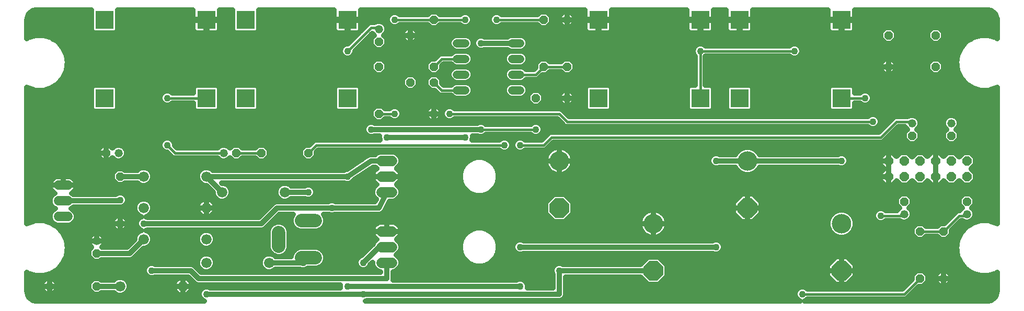
<source format=gbl>
G75*
%MOIN*%
%OFA0B0*%
%FSLAX25Y25*%
%IPPOS*%
%LPD*%
%AMOC8*
5,1,8,0,0,1.08239X$1,22.5*
%
%ADD10OC8,0.12400*%
%ADD11C,0.12400*%
%ADD12OC8,0.05200*%
%ADD13C,0.05200*%
%ADD14C,0.06600*%
%ADD15C,0.06600*%
%ADD16C,0.05200*%
%ADD17R,0.11811X0.11811*%
%ADD18C,0.08600*%
%ADD19OC8,0.06000*%
%ADD20C,0.06000*%
%ADD21C,0.03200*%
%ADD22C,0.04356*%
%ADD23C,0.01600*%
D10*
X0357600Y0087600D03*
X0417600Y0047600D03*
X0477600Y0087600D03*
X0537600Y0047600D03*
D11*
X0537600Y0077600D03*
X0477600Y0117600D03*
X0417600Y0077600D03*
X0357600Y0117600D03*
D12*
X0277600Y0147600D03*
X0242600Y0147600D03*
X0262600Y0167600D03*
X0277600Y0167600D03*
X0277600Y0177600D03*
X0242600Y0177600D03*
X0242600Y0193600D03*
X0262600Y0197600D03*
X0277600Y0207600D03*
X0347600Y0207600D03*
X0362600Y0207600D03*
X0362600Y0177600D03*
X0347600Y0177600D03*
X0342600Y0157600D03*
X0362600Y0157600D03*
X0197600Y0122600D03*
X0167600Y0122600D03*
X0151600Y0122600D03*
X0077600Y0107600D03*
X0068600Y0122600D03*
X0077600Y0077600D03*
X0062600Y0058600D03*
X0062600Y0037600D03*
X0032600Y0037600D03*
X0567600Y0177600D03*
X0597600Y0177600D03*
X0597600Y0197600D03*
X0567600Y0197600D03*
X0582600Y0133600D03*
X0607600Y0133600D03*
X0617600Y0091600D03*
X0577600Y0091600D03*
X0587600Y0072600D03*
X0602600Y0072600D03*
X0602600Y0042600D03*
X0587600Y0042600D03*
D13*
X0577600Y0083600D03*
X0617600Y0083600D03*
X0607600Y0141600D03*
X0582600Y0141600D03*
X0242600Y0201600D03*
X0143600Y0122600D03*
X0076600Y0122600D03*
X0062600Y0066600D03*
D14*
X0092600Y0067600D03*
X0132600Y0067600D03*
X0132600Y0052600D03*
X0117600Y0037600D03*
X0077600Y0037600D03*
X0172600Y0052600D03*
X0132600Y0087600D03*
X0142600Y0097600D03*
X0132600Y0107600D03*
X0092600Y0107600D03*
X0092600Y0087600D03*
X0182600Y0097600D03*
D15*
X0244300Y0097600D02*
X0250900Y0097600D01*
X0250900Y0107600D02*
X0244300Y0107600D01*
X0244300Y0117600D02*
X0250900Y0117600D01*
X0250900Y0072600D02*
X0244300Y0072600D01*
X0244300Y0062600D02*
X0250900Y0062600D01*
X0250900Y0052600D02*
X0244300Y0052600D01*
D16*
X0292400Y0162600D02*
X0297600Y0162600D01*
X0297600Y0172600D02*
X0292400Y0172600D01*
X0292400Y0182600D02*
X0297600Y0182600D01*
X0297600Y0192600D02*
X0292400Y0192600D01*
X0327600Y0192600D02*
X0332800Y0192600D01*
X0332800Y0182600D02*
X0327600Y0182600D01*
X0327600Y0172600D02*
X0332800Y0172600D01*
X0332800Y0162600D02*
X0327600Y0162600D01*
D17*
X0382600Y0157600D03*
X0447600Y0157600D03*
X0472600Y0157600D03*
X0537600Y0157600D03*
X0537600Y0207600D03*
X0472600Y0207600D03*
X0447600Y0207600D03*
X0382600Y0207600D03*
X0222600Y0207600D03*
X0157600Y0207600D03*
X0132600Y0207600D03*
X0067600Y0207600D03*
X0067600Y0157600D03*
X0132600Y0157600D03*
X0157600Y0157600D03*
X0222600Y0157600D03*
D18*
X0201900Y0079411D02*
X0193300Y0079411D01*
X0178702Y0071900D02*
X0178702Y0063300D01*
X0193300Y0055789D02*
X0201900Y0055789D01*
D19*
X0567600Y0107600D03*
X0577600Y0107600D03*
X0587600Y0107600D03*
X0597600Y0107600D03*
X0607600Y0107600D03*
X0617600Y0107600D03*
X0617600Y0117600D03*
X0607600Y0117600D03*
X0597600Y0117600D03*
X0587600Y0117600D03*
X0577600Y0117600D03*
X0567600Y0117600D03*
D20*
X0044222Y0102009D02*
X0038222Y0102009D01*
X0038222Y0092009D02*
X0044222Y0092009D01*
X0044222Y0082009D02*
X0038222Y0082009D01*
D21*
X0020551Y0029444D02*
X0021955Y0028633D01*
X0021955Y0028633D01*
X0023522Y0028214D01*
X0024332Y0028161D01*
X0131355Y0028161D01*
X0130007Y0028719D01*
X0128719Y0030007D01*
X0128022Y0031689D01*
X0128022Y0033511D01*
X0128719Y0035193D01*
X0130007Y0036481D01*
X0131689Y0037178D01*
X0133511Y0037178D01*
X0134906Y0036600D01*
X0218059Y0036600D01*
X0218022Y0036689D01*
X0218022Y0038511D01*
X0218059Y0038600D01*
X0126804Y0038600D01*
X0125334Y0039209D01*
X0124209Y0040334D01*
X0120943Y0043600D01*
X0099906Y0043600D01*
X0098511Y0043022D01*
X0096689Y0043022D01*
X0095007Y0043719D01*
X0093719Y0045007D01*
X0093022Y0046689D01*
X0093022Y0048511D01*
X0093719Y0050193D01*
X0095007Y0051481D01*
X0096689Y0052178D01*
X0098511Y0052178D01*
X0099906Y0051600D01*
X0123396Y0051600D01*
X0124866Y0050991D01*
X0129257Y0046600D01*
X0243600Y0046600D01*
X0243600Y0046900D01*
X0243166Y0046900D01*
X0241071Y0047768D01*
X0239468Y0049371D01*
X0238600Y0051466D01*
X0238600Y0052943D01*
X0237059Y0051402D01*
X0236481Y0050007D01*
X0235193Y0048719D01*
X0233511Y0048022D01*
X0231689Y0048022D01*
X0230007Y0048719D01*
X0228719Y0050007D01*
X0228022Y0051689D01*
X0228022Y0053511D01*
X0228719Y0055193D01*
X0230007Y0056481D01*
X0231402Y0057059D01*
X0238970Y0064627D01*
X0239468Y0065829D01*
X0241071Y0067432D01*
X0241278Y0067518D01*
X0241208Y0067554D01*
X0240456Y0068100D01*
X0239800Y0068756D01*
X0239254Y0069508D01*
X0238832Y0070335D01*
X0238545Y0071218D01*
X0238400Y0072136D01*
X0238400Y0072600D01*
X0247600Y0072600D01*
X0247600Y0072600D01*
X0247600Y0078500D01*
X0251364Y0078500D01*
X0252282Y0078355D01*
X0253165Y0078068D01*
X0253992Y0077646D01*
X0254744Y0077100D01*
X0255400Y0076444D01*
X0255946Y0075692D01*
X0256368Y0074865D01*
X0256655Y0073982D01*
X0256800Y0073064D01*
X0256800Y0072600D01*
X0247600Y0072600D01*
X0247600Y0072600D01*
X0247600Y0072600D01*
X0247600Y0078500D01*
X0243836Y0078500D01*
X0242918Y0078355D01*
X0242035Y0078068D01*
X0241208Y0077646D01*
X0240456Y0077100D01*
X0239800Y0076444D01*
X0239254Y0075692D01*
X0238832Y0074865D01*
X0238545Y0073982D01*
X0238400Y0073064D01*
X0238400Y0072600D01*
X0247600Y0072600D01*
X0256800Y0072600D01*
X0256800Y0072136D01*
X0256655Y0071218D01*
X0256368Y0070335D01*
X0255946Y0069508D01*
X0255400Y0068756D01*
X0254744Y0068100D01*
X0253992Y0067554D01*
X0253922Y0067518D01*
X0254129Y0067432D01*
X0255732Y0065829D01*
X0256600Y0063734D01*
X0256600Y0061466D01*
X0255732Y0059371D01*
X0254129Y0057768D01*
X0253724Y0057600D01*
X0254129Y0057432D01*
X0255732Y0055829D01*
X0256600Y0053734D01*
X0256600Y0051466D01*
X0255732Y0049371D01*
X0254129Y0047768D01*
X0252034Y0046900D01*
X0251600Y0046900D01*
X0251600Y0041804D01*
X0251515Y0041600D01*
X0330294Y0041600D01*
X0331689Y0042178D01*
X0333511Y0042178D01*
X0335193Y0041481D01*
X0336481Y0040193D01*
X0337178Y0038511D01*
X0337178Y0036689D01*
X0337141Y0036600D01*
X0353600Y0036600D01*
X0353600Y0045294D01*
X0353022Y0046689D01*
X0353022Y0048511D01*
X0353719Y0050193D01*
X0355007Y0051481D01*
X0356689Y0052178D01*
X0358511Y0052178D01*
X0359906Y0051600D01*
X0409438Y0051600D01*
X0414038Y0056200D01*
X0421162Y0056200D01*
X0426200Y0051162D01*
X0426200Y0044038D01*
X0421162Y0039000D01*
X0414038Y0039000D01*
X0409438Y0043600D01*
X0361600Y0043600D01*
X0361600Y0031804D01*
X0360991Y0030334D01*
X0359866Y0029209D01*
X0358396Y0028600D01*
X0234906Y0028600D01*
X0233845Y0028161D01*
X0511355Y0028161D01*
X0510007Y0028719D01*
X0508719Y0030007D01*
X0508022Y0031689D01*
X0508022Y0033511D01*
X0508719Y0035193D01*
X0510007Y0036481D01*
X0511689Y0037178D01*
X0513511Y0037178D01*
X0515193Y0036481D01*
X0515874Y0035800D01*
X0576275Y0035800D01*
X0582600Y0042125D01*
X0582600Y0044671D01*
X0585529Y0047600D01*
X0589671Y0047600D01*
X0592600Y0044671D01*
X0592600Y0040529D01*
X0589671Y0037600D01*
X0587125Y0037600D01*
X0579413Y0029887D01*
X0578237Y0029400D01*
X0515874Y0029400D01*
X0515193Y0028719D01*
X0513845Y0028161D01*
X0630631Y0028161D01*
X0631442Y0028214D01*
X0633008Y0028633D01*
X0634413Y0029444D01*
X0635559Y0030591D01*
X0636370Y0031995D01*
X0636789Y0033561D01*
X0636843Y0034372D01*
X0636843Y0046479D01*
X0635974Y0045921D01*
X0635974Y0045921D01*
X0631168Y0044510D01*
X0626158Y0044510D01*
X0621352Y0045921D01*
X0621352Y0045921D01*
X0617137Y0048630D01*
X0617137Y0048630D01*
X0613857Y0052415D01*
X0613857Y0052415D01*
X0611776Y0056972D01*
X0611776Y0056972D01*
X0611063Y0061931D01*
X0611063Y0061931D01*
X0611776Y0066889D01*
X0611776Y0066889D01*
X0613857Y0071446D01*
X0613857Y0071446D01*
X0617137Y0075232D01*
X0617137Y0075232D01*
X0617137Y0075232D01*
X0621352Y0077940D01*
X0621352Y0077940D01*
X0626158Y0079352D01*
X0631168Y0079352D01*
X0635974Y0077940D01*
X0635974Y0077940D01*
X0636843Y0077382D01*
X0636843Y0164589D01*
X0635974Y0164031D01*
X0635974Y0164031D01*
X0631168Y0162620D01*
X0626158Y0162620D01*
X0621352Y0164031D01*
X0621352Y0164031D01*
X0617137Y0166740D01*
X0617137Y0166740D01*
X0613857Y0170526D01*
X0613857Y0170526D01*
X0611776Y0175082D01*
X0611776Y0175082D01*
X0611063Y0180041D01*
X0611063Y0180041D01*
X0611776Y0184999D01*
X0611776Y0184999D01*
X0613857Y0189556D01*
X0613857Y0189556D01*
X0617137Y0193342D01*
X0617137Y0193342D01*
X0617137Y0193342D01*
X0621352Y0196050D01*
X0621352Y0196050D01*
X0626158Y0197462D01*
X0631168Y0197462D01*
X0635974Y0196050D01*
X0635974Y0196050D01*
X0636843Y0195492D01*
X0636843Y0207600D01*
X0636789Y0208411D01*
X0636370Y0209977D01*
X0635559Y0211381D01*
X0634413Y0212528D01*
X0633008Y0213338D01*
X0631442Y0213758D01*
X0630632Y0213811D01*
X0546096Y0213811D01*
X0546105Y0213762D01*
X0546105Y0207969D01*
X0537969Y0207969D01*
X0537969Y0207231D01*
X0546105Y0207231D01*
X0546105Y0201438D01*
X0546006Y0200936D01*
X0545810Y0200463D01*
X0545525Y0200037D01*
X0545163Y0199675D01*
X0544737Y0199390D01*
X0544264Y0199194D01*
X0543762Y0199094D01*
X0537969Y0199094D01*
X0537969Y0207231D01*
X0537231Y0207231D01*
X0537231Y0199094D01*
X0531438Y0199094D01*
X0530936Y0199194D01*
X0530463Y0199390D01*
X0530037Y0199675D01*
X0529675Y0200037D01*
X0529390Y0200463D01*
X0529194Y0200936D01*
X0529094Y0201438D01*
X0529094Y0207231D01*
X0537231Y0207231D01*
X0537231Y0207969D01*
X0529094Y0207969D01*
X0529094Y0213762D01*
X0529104Y0213811D01*
X0481096Y0213811D01*
X0481105Y0213762D01*
X0481105Y0207969D01*
X0472969Y0207969D01*
X0472969Y0207231D01*
X0481105Y0207231D01*
X0481105Y0201438D01*
X0481006Y0200936D01*
X0480810Y0200463D01*
X0480525Y0200037D01*
X0480163Y0199675D01*
X0479737Y0199390D01*
X0479264Y0199194D01*
X0478762Y0199094D01*
X0472969Y0199094D01*
X0472969Y0207231D01*
X0472231Y0207231D01*
X0472231Y0199094D01*
X0466438Y0199094D01*
X0465936Y0199194D01*
X0465463Y0199390D01*
X0465037Y0199675D01*
X0464675Y0200037D01*
X0464390Y0200463D01*
X0464194Y0200936D01*
X0464094Y0201438D01*
X0464094Y0207231D01*
X0472231Y0207231D01*
X0472231Y0207969D01*
X0464094Y0207969D01*
X0464094Y0213762D01*
X0464104Y0213811D01*
X0456096Y0213811D01*
X0456105Y0213762D01*
X0456105Y0207969D01*
X0447969Y0207969D01*
X0447969Y0207231D01*
X0456105Y0207231D01*
X0456105Y0201438D01*
X0456006Y0200936D01*
X0455810Y0200463D01*
X0455525Y0200037D01*
X0455163Y0199675D01*
X0454737Y0199390D01*
X0454264Y0199194D01*
X0453762Y0199094D01*
X0447969Y0199094D01*
X0447969Y0207231D01*
X0447231Y0207231D01*
X0447231Y0199094D01*
X0441438Y0199094D01*
X0440936Y0199194D01*
X0440463Y0199390D01*
X0440037Y0199675D01*
X0439675Y0200037D01*
X0439390Y0200463D01*
X0439194Y0200936D01*
X0439094Y0201438D01*
X0439094Y0207231D01*
X0447231Y0207231D01*
X0447231Y0207969D01*
X0439094Y0207969D01*
X0439094Y0213762D01*
X0439104Y0213811D01*
X0391096Y0213811D01*
X0391105Y0213762D01*
X0391105Y0207969D01*
X0382969Y0207969D01*
X0382969Y0207231D01*
X0391105Y0207231D01*
X0391105Y0201438D01*
X0391006Y0200936D01*
X0390810Y0200463D01*
X0390525Y0200037D01*
X0390163Y0199675D01*
X0389737Y0199390D01*
X0389264Y0199194D01*
X0388762Y0199094D01*
X0382969Y0199094D01*
X0382969Y0207231D01*
X0382231Y0207231D01*
X0382231Y0199094D01*
X0376438Y0199094D01*
X0375936Y0199194D01*
X0375463Y0199390D01*
X0375037Y0199675D01*
X0374675Y0200037D01*
X0374390Y0200463D01*
X0374194Y0200936D01*
X0374094Y0201438D01*
X0374094Y0207231D01*
X0382231Y0207231D01*
X0382231Y0207969D01*
X0374094Y0207969D01*
X0374094Y0213762D01*
X0374104Y0213811D01*
X0231096Y0213811D01*
X0231105Y0213762D01*
X0231105Y0207969D01*
X0222969Y0207969D01*
X0222969Y0207231D01*
X0231105Y0207231D01*
X0231105Y0201438D01*
X0231006Y0200936D01*
X0230810Y0200463D01*
X0230552Y0200078D01*
X0234887Y0204413D01*
X0234887Y0204413D01*
X0235787Y0205313D01*
X0236963Y0205800D01*
X0239729Y0205800D01*
X0239768Y0205839D01*
X0241605Y0206600D01*
X0243595Y0206600D01*
X0245432Y0205839D01*
X0246839Y0204432D01*
X0247600Y0202595D01*
X0247600Y0200605D01*
X0246839Y0198768D01*
X0245671Y0197600D01*
X0247600Y0195671D01*
X0247600Y0191529D01*
X0244671Y0188600D01*
X0240529Y0188600D01*
X0237600Y0191529D01*
X0237600Y0195671D01*
X0239529Y0197600D01*
X0238361Y0198768D01*
X0238341Y0198816D01*
X0227178Y0187652D01*
X0227178Y0186689D01*
X0226481Y0185007D01*
X0225193Y0183719D01*
X0223511Y0183022D01*
X0221689Y0183022D01*
X0220007Y0183719D01*
X0218719Y0185007D01*
X0218022Y0186689D01*
X0218022Y0188511D01*
X0218719Y0190193D01*
X0220007Y0191481D01*
X0221689Y0192178D01*
X0222652Y0192178D01*
X0230122Y0199648D01*
X0229737Y0199390D01*
X0229264Y0199194D01*
X0228762Y0199094D01*
X0222969Y0199094D01*
X0222969Y0207231D01*
X0222231Y0207231D01*
X0222231Y0199094D01*
X0216438Y0199094D01*
X0215936Y0199194D01*
X0215463Y0199390D01*
X0215037Y0199675D01*
X0214675Y0200037D01*
X0214390Y0200463D01*
X0214194Y0200936D01*
X0214094Y0201438D01*
X0214094Y0207231D01*
X0222231Y0207231D01*
X0222231Y0207969D01*
X0214094Y0207969D01*
X0214094Y0213762D01*
X0214104Y0213811D01*
X0165905Y0213811D01*
X0165905Y0201217D01*
X0165540Y0200335D01*
X0164865Y0199660D01*
X0163983Y0199294D01*
X0151217Y0199294D01*
X0150335Y0199660D01*
X0149660Y0200335D01*
X0149294Y0201217D01*
X0149294Y0213811D01*
X0141096Y0213811D01*
X0141105Y0213762D01*
X0141105Y0207969D01*
X0132969Y0207969D01*
X0132969Y0207231D01*
X0141105Y0207231D01*
X0141105Y0201438D01*
X0141006Y0200936D01*
X0140810Y0200463D01*
X0140525Y0200037D01*
X0140163Y0199675D01*
X0139737Y0199390D01*
X0139264Y0199194D01*
X0138762Y0199094D01*
X0132969Y0199094D01*
X0132969Y0207231D01*
X0132231Y0207231D01*
X0132231Y0199094D01*
X0126438Y0199094D01*
X0125936Y0199194D01*
X0125463Y0199390D01*
X0125037Y0199675D01*
X0124675Y0200037D01*
X0124390Y0200463D01*
X0124194Y0200936D01*
X0124094Y0201438D01*
X0124094Y0207231D01*
X0132231Y0207231D01*
X0132231Y0207969D01*
X0124094Y0207969D01*
X0124094Y0213762D01*
X0124104Y0213811D01*
X0075905Y0213811D01*
X0075905Y0201217D01*
X0075540Y0200335D01*
X0074865Y0199660D01*
X0073983Y0199294D01*
X0061217Y0199294D01*
X0060335Y0199660D01*
X0059660Y0200335D01*
X0059294Y0201217D01*
X0059294Y0213811D01*
X0024332Y0213811D01*
X0023522Y0213758D01*
X0021955Y0213338D01*
X0020551Y0212528D01*
X0019405Y0211381D01*
X0018594Y0209977D01*
X0018174Y0208411D01*
X0018121Y0207600D01*
X0018121Y0195492D01*
X0018989Y0196050D01*
X0018989Y0196050D01*
X0023796Y0197462D01*
X0028806Y0197462D01*
X0033612Y0196050D01*
X0033612Y0196050D01*
X0037826Y0193342D01*
X0037826Y0193342D01*
X0041107Y0189556D01*
X0041107Y0189556D01*
X0043188Y0184999D01*
X0043188Y0184999D01*
X0043901Y0180041D01*
X0043188Y0175082D01*
X0043188Y0175082D01*
X0041107Y0170526D01*
X0041107Y0170526D01*
X0037826Y0166740D01*
X0037826Y0166740D01*
X0033612Y0164031D01*
X0033612Y0164031D01*
X0028806Y0162620D01*
X0023796Y0162620D01*
X0023796Y0162620D01*
X0018989Y0164031D01*
X0018121Y0164589D01*
X0018121Y0077382D01*
X0018989Y0077940D01*
X0018989Y0077940D01*
X0023796Y0079352D01*
X0028806Y0079352D01*
X0033612Y0077940D01*
X0033612Y0077940D01*
X0037826Y0075232D01*
X0037826Y0075232D01*
X0041107Y0071446D01*
X0041107Y0071446D01*
X0043188Y0066889D01*
X0043188Y0066889D01*
X0043901Y0061931D01*
X0043188Y0056972D01*
X0043188Y0056972D01*
X0041107Y0052415D01*
X0041107Y0052415D01*
X0037826Y0048630D01*
X0037826Y0048630D01*
X0037826Y0048630D01*
X0033612Y0045921D01*
X0033612Y0045921D01*
X0028806Y0044510D01*
X0023796Y0044510D01*
X0018989Y0045921D01*
X0018989Y0045921D01*
X0018121Y0046479D01*
X0018121Y0034372D01*
X0018174Y0033561D01*
X0018594Y0031995D01*
X0019405Y0030591D01*
X0020551Y0029444D01*
X0021326Y0028997D02*
X0129729Y0028997D01*
X0128022Y0032196D02*
X0119989Y0032196D01*
X0119865Y0032132D02*
X0120692Y0032554D01*
X0121444Y0033100D01*
X0122100Y0033756D01*
X0122646Y0034508D01*
X0123068Y0035335D01*
X0123355Y0036218D01*
X0123500Y0037136D01*
X0123500Y0037600D01*
X0123500Y0038064D01*
X0123355Y0038982D01*
X0123068Y0039865D01*
X0122646Y0040692D01*
X0122100Y0041444D01*
X0121444Y0042100D01*
X0120692Y0042646D01*
X0119865Y0043068D01*
X0118982Y0043355D01*
X0118064Y0043500D01*
X0117600Y0043500D01*
X0117600Y0037600D01*
X0123500Y0037600D01*
X0117600Y0037600D01*
X0117600Y0037600D01*
X0117600Y0037600D01*
X0117600Y0031700D01*
X0118064Y0031700D01*
X0118982Y0031845D01*
X0119865Y0032132D01*
X0117600Y0032196D02*
X0117600Y0032196D01*
X0117600Y0031700D02*
X0117600Y0037600D01*
X0117600Y0037600D01*
X0117600Y0037600D01*
X0111700Y0037600D01*
X0111700Y0038064D01*
X0111845Y0038982D01*
X0112132Y0039865D01*
X0112554Y0040692D01*
X0113100Y0041444D01*
X0113756Y0042100D01*
X0114508Y0042646D01*
X0115335Y0043068D01*
X0116218Y0043355D01*
X0117136Y0043500D01*
X0117600Y0043500D01*
X0117600Y0037600D01*
X0111700Y0037600D01*
X0111700Y0037136D01*
X0111845Y0036218D01*
X0112132Y0035335D01*
X0112554Y0034508D01*
X0113100Y0033756D01*
X0113756Y0033100D01*
X0114508Y0032554D01*
X0115335Y0032132D01*
X0116218Y0031845D01*
X0117136Y0031700D01*
X0117600Y0031700D01*
X0115211Y0032196D02*
X0079447Y0032196D01*
X0078734Y0031900D02*
X0080829Y0032768D01*
X0082432Y0034371D01*
X0083300Y0036466D01*
X0083300Y0038734D01*
X0082432Y0040829D01*
X0080829Y0042432D01*
X0078734Y0043300D01*
X0076466Y0043300D01*
X0074371Y0042432D01*
X0073539Y0041600D01*
X0065671Y0041600D01*
X0064671Y0042600D01*
X0060529Y0042600D01*
X0057600Y0039671D01*
X0057600Y0035529D01*
X0060529Y0032600D01*
X0064671Y0032600D01*
X0065671Y0033600D01*
X0073539Y0033600D01*
X0074371Y0032768D01*
X0076466Y0031900D01*
X0078734Y0031900D01*
X0075753Y0032196D02*
X0018540Y0032196D01*
X0018121Y0035394D02*
X0027452Y0035394D01*
X0027400Y0035446D02*
X0030446Y0032400D01*
X0032600Y0032400D01*
X0034754Y0032400D01*
X0037800Y0035446D01*
X0037800Y0037600D01*
X0037800Y0039754D01*
X0034754Y0042800D01*
X0032600Y0042800D01*
X0032600Y0037600D01*
X0037800Y0037600D01*
X0032600Y0037600D01*
X0032600Y0037600D01*
X0032600Y0037600D01*
X0032600Y0032400D01*
X0032600Y0037600D01*
X0032600Y0037600D01*
X0032600Y0037600D01*
X0027400Y0037600D01*
X0027400Y0039754D01*
X0030446Y0042800D01*
X0032600Y0042800D01*
X0032600Y0037600D01*
X0027400Y0037600D01*
X0027400Y0035446D01*
X0032600Y0035394D02*
X0032600Y0035394D01*
X0037748Y0035394D02*
X0057735Y0035394D01*
X0062600Y0037600D02*
X0077600Y0037600D01*
X0082856Y0035394D02*
X0112113Y0035394D01*
X0117600Y0035394D02*
X0117600Y0035394D01*
X0123087Y0035394D02*
X0128920Y0035394D01*
X0132600Y0032600D02*
X0232600Y0032600D01*
X0357600Y0032600D01*
X0357600Y0047600D01*
X0417600Y0047600D01*
X0423953Y0041791D02*
X0530964Y0041791D01*
X0528800Y0043955D02*
X0533955Y0038800D01*
X0537600Y0038800D01*
X0541245Y0038800D01*
X0546400Y0043955D01*
X0546400Y0047600D01*
X0546400Y0051245D01*
X0541245Y0056400D01*
X0537600Y0056400D01*
X0537600Y0047600D01*
X0537600Y0047600D01*
X0546400Y0047600D01*
X0537600Y0047600D01*
X0537600Y0047600D01*
X0537600Y0047600D01*
X0528800Y0047600D01*
X0528800Y0051245D01*
X0533955Y0056400D01*
X0537600Y0056400D01*
X0537600Y0047600D01*
X0537600Y0038800D01*
X0537600Y0047600D01*
X0537600Y0047600D01*
X0528800Y0047600D01*
X0528800Y0043955D01*
X0528800Y0044990D02*
X0426200Y0044990D01*
X0426200Y0048188D02*
X0528800Y0048188D01*
X0528942Y0051387D02*
X0425976Y0051387D01*
X0422777Y0054585D02*
X0532140Y0054585D01*
X0537600Y0054585D02*
X0537600Y0054585D01*
X0537600Y0051387D02*
X0537600Y0051387D01*
X0537600Y0048188D02*
X0537600Y0048188D01*
X0537600Y0044990D02*
X0537600Y0044990D01*
X0537600Y0041791D02*
X0537600Y0041791D01*
X0544236Y0041791D02*
X0582266Y0041791D01*
X0582919Y0044990D02*
X0546400Y0044990D01*
X0546400Y0048188D02*
X0617824Y0048188D01*
X0614748Y0051387D02*
X0546258Y0051387D01*
X0543060Y0054585D02*
X0612866Y0054585D01*
X0611659Y0057784D02*
X0317791Y0057784D01*
X0317875Y0057930D02*
X0318700Y0061007D01*
X0318700Y0064193D01*
X0317875Y0067270D01*
X0316282Y0070030D01*
X0314030Y0072282D01*
X0311270Y0073875D01*
X0308193Y0074700D01*
X0305007Y0074700D01*
X0301930Y0073875D01*
X0299170Y0072282D01*
X0296918Y0070030D01*
X0295325Y0067270D01*
X0294500Y0064193D01*
X0294500Y0061007D01*
X0295325Y0057930D01*
X0296918Y0055170D01*
X0299170Y0052918D01*
X0301930Y0051325D01*
X0305007Y0050500D01*
X0308193Y0050500D01*
X0311270Y0051325D01*
X0314030Y0052918D01*
X0316282Y0055170D01*
X0317875Y0057930D01*
X0318693Y0060982D02*
X0328315Y0060982D01*
X0328022Y0061689D02*
X0328719Y0060007D01*
X0330007Y0058719D01*
X0331689Y0058022D01*
X0333511Y0058022D01*
X0334906Y0058600D01*
X0455294Y0058600D01*
X0456689Y0058022D01*
X0458511Y0058022D01*
X0460193Y0058719D01*
X0461481Y0060007D01*
X0462178Y0061689D01*
X0462178Y0063511D01*
X0461481Y0065193D01*
X0460193Y0066481D01*
X0458511Y0067178D01*
X0456689Y0067178D01*
X0455294Y0066600D01*
X0334906Y0066600D01*
X0333511Y0067178D01*
X0331689Y0067178D01*
X0330007Y0066481D01*
X0328719Y0065193D01*
X0328022Y0063511D01*
X0328022Y0061689D01*
X0328300Y0064181D02*
X0318700Y0064181D01*
X0317813Y0067379D02*
X0612000Y0067379D01*
X0613460Y0070578D02*
X0607600Y0070578D01*
X0607600Y0070529D02*
X0607600Y0073075D01*
X0613925Y0079400D01*
X0614729Y0079400D01*
X0614768Y0079361D01*
X0616605Y0078600D01*
X0618595Y0078600D01*
X0620432Y0079361D01*
X0621839Y0080768D01*
X0622600Y0082605D01*
X0622600Y0084595D01*
X0621839Y0086432D01*
X0620671Y0087600D01*
X0622600Y0089529D01*
X0622600Y0093671D01*
X0619671Y0096600D01*
X0615529Y0096600D01*
X0612600Y0093671D01*
X0612600Y0089529D01*
X0614529Y0087600D01*
X0613361Y0086432D01*
X0613099Y0085800D01*
X0611963Y0085800D01*
X0610787Y0085313D01*
X0609887Y0084413D01*
X0603075Y0077600D01*
X0600529Y0077600D01*
X0598729Y0075800D01*
X0591471Y0075800D01*
X0589671Y0077600D01*
X0585529Y0077600D01*
X0582600Y0074671D01*
X0582600Y0070529D01*
X0585529Y0067600D01*
X0589671Y0067600D01*
X0591471Y0069400D01*
X0598729Y0069400D01*
X0600529Y0067600D01*
X0604671Y0067600D01*
X0607600Y0070529D01*
X0608302Y0073776D02*
X0615876Y0073776D01*
X0619849Y0076975D02*
X0611500Y0076975D01*
X0605648Y0080173D02*
X0581244Y0080173D01*
X0581839Y0080768D02*
X0582600Y0082605D01*
X0582600Y0084595D01*
X0581839Y0086432D01*
X0580671Y0087600D01*
X0582600Y0089529D01*
X0582600Y0093671D01*
X0579671Y0096600D01*
X0575529Y0096600D01*
X0572600Y0093671D01*
X0572600Y0089529D01*
X0574529Y0087600D01*
X0573361Y0086432D01*
X0573099Y0085800D01*
X0565874Y0085800D01*
X0565193Y0086481D01*
X0563511Y0087178D01*
X0561689Y0087178D01*
X0560007Y0086481D01*
X0558719Y0085193D01*
X0558022Y0083511D01*
X0558022Y0081689D01*
X0558719Y0080007D01*
X0560007Y0078719D01*
X0561689Y0078022D01*
X0563511Y0078022D01*
X0565193Y0078719D01*
X0565874Y0079400D01*
X0574729Y0079400D01*
X0574768Y0079361D01*
X0576605Y0078600D01*
X0578595Y0078600D01*
X0580432Y0079361D01*
X0581839Y0080768D01*
X0582600Y0083372D02*
X0608846Y0083372D01*
X0613499Y0086570D02*
X0581701Y0086570D01*
X0582600Y0089769D02*
X0612600Y0089769D01*
X0612600Y0092967D02*
X0582600Y0092967D01*
X0572600Y0092967D02*
X0484678Y0092967D01*
X0486400Y0091245D02*
X0481245Y0096400D01*
X0477600Y0096400D01*
X0477600Y0087600D01*
X0477600Y0087600D01*
X0486400Y0087600D01*
X0486400Y0091245D01*
X0486400Y0089769D02*
X0572600Y0089769D01*
X0573499Y0086570D02*
X0564978Y0086570D01*
X0560222Y0086570D02*
X0486400Y0086570D01*
X0486400Y0087600D02*
X0477600Y0087600D01*
X0477600Y0087600D01*
X0477600Y0087600D01*
X0468800Y0087600D01*
X0468800Y0091245D01*
X0473955Y0096400D01*
X0477600Y0096400D01*
X0477600Y0087600D01*
X0477600Y0078800D01*
X0481245Y0078800D01*
X0486400Y0083955D01*
X0486400Y0087600D01*
X0485817Y0083372D02*
X0531209Y0083372D01*
X0530309Y0082472D02*
X0529000Y0079311D01*
X0529000Y0075889D01*
X0530309Y0072728D01*
X0532728Y0070309D01*
X0535889Y0069000D01*
X0539311Y0069000D01*
X0542472Y0070309D01*
X0544891Y0072728D01*
X0546200Y0075889D01*
X0546200Y0079311D01*
X0544891Y0082472D01*
X0542472Y0084891D01*
X0539311Y0086200D01*
X0535889Y0086200D01*
X0532728Y0084891D01*
X0530309Y0082472D01*
X0529357Y0080173D02*
X0482618Y0080173D01*
X0477600Y0080173D02*
X0477600Y0080173D01*
X0477600Y0078800D02*
X0477600Y0087600D01*
X0477600Y0087600D01*
X0468800Y0087600D01*
X0468800Y0083955D01*
X0473955Y0078800D01*
X0477600Y0078800D01*
X0472582Y0080173D02*
X0426021Y0080173D01*
X0425951Y0080435D02*
X0425509Y0081500D01*
X0424933Y0082499D01*
X0424230Y0083415D01*
X0423415Y0084230D01*
X0422499Y0084933D01*
X0421500Y0085509D01*
X0420435Y0085951D01*
X0419320Y0086249D01*
X0418177Y0086400D01*
X0417600Y0086400D01*
X0417600Y0077600D01*
X0417600Y0077600D01*
X0426400Y0077600D01*
X0426400Y0078177D01*
X0426249Y0079320D01*
X0425951Y0080435D01*
X0426400Y0077600D02*
X0417600Y0077600D01*
X0417600Y0077600D01*
X0417600Y0077600D01*
X0408800Y0077600D01*
X0408800Y0078177D01*
X0408951Y0079320D01*
X0409249Y0080435D01*
X0409691Y0081500D01*
X0410267Y0082499D01*
X0410970Y0083415D01*
X0411785Y0084230D01*
X0412700Y0084933D01*
X0413699Y0085509D01*
X0414765Y0085951D01*
X0415880Y0086249D01*
X0417023Y0086400D01*
X0417600Y0086400D01*
X0417600Y0077600D01*
X0417600Y0068800D01*
X0418177Y0068800D01*
X0419320Y0068951D01*
X0420435Y0069249D01*
X0421500Y0069691D01*
X0422499Y0070267D01*
X0423415Y0070970D01*
X0424230Y0071785D01*
X0424933Y0072700D01*
X0425509Y0073699D01*
X0425951Y0074765D01*
X0426249Y0075880D01*
X0426400Y0077023D01*
X0426400Y0077600D01*
X0426394Y0076975D02*
X0529000Y0076975D01*
X0529875Y0073776D02*
X0425541Y0073776D01*
X0422904Y0070578D02*
X0532460Y0070578D01*
X0542740Y0070578D02*
X0582600Y0070578D01*
X0582600Y0073776D02*
X0545325Y0073776D01*
X0546200Y0076975D02*
X0584904Y0076975D01*
X0590296Y0076975D02*
X0599904Y0076975D01*
X0621244Y0080173D02*
X0636843Y0080173D01*
X0636843Y0083372D02*
X0622600Y0083372D01*
X0621701Y0086570D02*
X0636843Y0086570D01*
X0636843Y0089769D02*
X0622600Y0089769D01*
X0622600Y0092967D02*
X0636843Y0092967D01*
X0636843Y0096166D02*
X0620105Y0096166D01*
X0615095Y0096166D02*
X0580105Y0096166D01*
X0575095Y0096166D02*
X0481479Y0096166D01*
X0477600Y0096166D02*
X0477600Y0096166D01*
X0473721Y0096166D02*
X0361196Y0096166D01*
X0361162Y0096200D02*
X0354038Y0096200D01*
X0349000Y0091162D01*
X0349000Y0084038D01*
X0354038Y0079000D01*
X0361162Y0079000D01*
X0366200Y0084038D01*
X0366200Y0091162D01*
X0361162Y0096200D01*
X0354004Y0096166D02*
X0310678Y0096166D01*
X0311270Y0096325D02*
X0314030Y0097918D01*
X0316282Y0100170D01*
X0317875Y0102930D01*
X0318700Y0106007D01*
X0318700Y0109193D01*
X0317875Y0112270D01*
X0316282Y0115030D01*
X0314030Y0117282D01*
X0311270Y0118875D01*
X0308193Y0119700D01*
X0305007Y0119700D01*
X0301930Y0118875D01*
X0299170Y0117282D01*
X0296918Y0115030D01*
X0295325Y0112270D01*
X0294500Y0109193D01*
X0294500Y0106007D01*
X0295325Y0102930D01*
X0296918Y0100170D01*
X0299170Y0097918D01*
X0301930Y0096325D01*
X0305007Y0095500D01*
X0308193Y0095500D01*
X0311270Y0096325D01*
X0315476Y0099364D02*
X0636843Y0099364D01*
X0636843Y0102563D02*
X0620200Y0102563D01*
X0619837Y0102200D02*
X0623000Y0105363D01*
X0623000Y0109837D01*
X0620237Y0112600D01*
X0623000Y0115363D01*
X0623000Y0119837D01*
X0619837Y0123000D01*
X0615363Y0123000D01*
X0612600Y0120237D01*
X0609837Y0123000D01*
X0605363Y0123000D01*
X0602741Y0120378D01*
X0599920Y0123200D01*
X0597600Y0123200D01*
X0597600Y0117600D01*
X0597600Y0117600D01*
X0597600Y0123200D01*
X0595280Y0123200D01*
X0592459Y0120378D01*
X0589837Y0123000D01*
X0585363Y0123000D01*
X0582600Y0120237D01*
X0579837Y0123000D01*
X0575363Y0123000D01*
X0572741Y0120378D01*
X0569920Y0123200D01*
X0567600Y0123200D01*
X0567600Y0117600D01*
X0567600Y0117600D01*
X0567600Y0123200D01*
X0565280Y0123200D01*
X0562000Y0119920D01*
X0562000Y0117600D01*
X0567600Y0117600D01*
X0567600Y0117600D01*
X0567600Y0107600D01*
X0567600Y0107600D01*
X0567600Y0102000D01*
X0569920Y0102000D01*
X0572741Y0104822D01*
X0575363Y0102200D01*
X0579837Y0102200D01*
X0582600Y0104963D01*
X0585363Y0102200D01*
X0589837Y0102200D01*
X0592459Y0104822D01*
X0595280Y0102000D01*
X0597600Y0102000D01*
X0599920Y0102000D01*
X0602741Y0104822D01*
X0605363Y0102200D01*
X0609837Y0102200D01*
X0612600Y0104963D01*
X0615363Y0102200D01*
X0619837Y0102200D01*
X0615000Y0102563D02*
X0610200Y0102563D01*
X0605000Y0102563D02*
X0600482Y0102563D01*
X0597600Y0102563D02*
X0597600Y0102563D01*
X0597600Y0102000D02*
X0597600Y0107600D01*
X0597600Y0107600D01*
X0597600Y0117600D01*
X0597600Y0117600D01*
X0597600Y0113200D01*
X0597600Y0107600D01*
X0597600Y0107600D01*
X0597600Y0102000D01*
X0594718Y0102563D02*
X0590200Y0102563D01*
X0585000Y0102563D02*
X0580200Y0102563D01*
X0575000Y0102563D02*
X0570482Y0102563D01*
X0567600Y0102563D02*
X0567600Y0102563D01*
X0567600Y0102000D02*
X0567600Y0107600D01*
X0567600Y0107600D01*
X0567600Y0107600D01*
X0562000Y0107600D01*
X0562000Y0109920D01*
X0564680Y0112600D01*
X0562000Y0115280D01*
X0562000Y0117600D01*
X0567600Y0117600D01*
X0567600Y0117600D01*
X0567600Y0112000D01*
X0567600Y0107600D01*
X0562000Y0107600D01*
X0562000Y0105280D01*
X0565280Y0102000D01*
X0567600Y0102000D01*
X0564718Y0102563D02*
X0317664Y0102563D01*
X0318634Y0105761D02*
X0562000Y0105761D01*
X0562000Y0108960D02*
X0359355Y0108960D01*
X0359320Y0108951D02*
X0360435Y0109249D01*
X0361500Y0109691D01*
X0362499Y0110267D01*
X0363415Y0110970D01*
X0364230Y0111785D01*
X0364933Y0112700D01*
X0365509Y0113699D01*
X0365951Y0114765D01*
X0366249Y0115880D01*
X0366400Y0117023D01*
X0366400Y0117600D01*
X0366400Y0118177D01*
X0366249Y0119320D01*
X0365951Y0120435D01*
X0365509Y0121500D01*
X0364933Y0122499D01*
X0364230Y0123415D01*
X0363415Y0124230D01*
X0362499Y0124933D01*
X0361500Y0125509D01*
X0360435Y0125951D01*
X0359320Y0126249D01*
X0358177Y0126400D01*
X0357600Y0126400D01*
X0357600Y0117600D01*
X0357600Y0117600D01*
X0366400Y0117600D01*
X0357600Y0117600D01*
X0357600Y0117600D01*
X0357600Y0117600D01*
X0348800Y0117600D01*
X0348800Y0118177D01*
X0348951Y0119320D01*
X0349249Y0120435D01*
X0349691Y0121500D01*
X0350267Y0122499D01*
X0350970Y0123415D01*
X0351785Y0124230D01*
X0352700Y0124933D01*
X0353699Y0125509D01*
X0354765Y0125951D01*
X0355880Y0126249D01*
X0357023Y0126400D01*
X0357600Y0126400D01*
X0357600Y0117600D01*
X0357600Y0108800D01*
X0358177Y0108800D01*
X0359320Y0108951D01*
X0357600Y0108960D02*
X0357600Y0108960D01*
X0357600Y0108800D02*
X0357600Y0117600D01*
X0357600Y0117600D01*
X0348800Y0117600D01*
X0348800Y0117023D01*
X0348951Y0115880D01*
X0349249Y0114765D01*
X0349691Y0113699D01*
X0350267Y0112700D01*
X0350970Y0111785D01*
X0351785Y0110970D01*
X0352700Y0110267D01*
X0353699Y0109691D01*
X0354765Y0109249D01*
X0355880Y0108951D01*
X0357023Y0108800D01*
X0357600Y0108800D01*
X0355845Y0108960D02*
X0318700Y0108960D01*
X0317905Y0112158D02*
X0350683Y0112158D01*
X0357600Y0112158D02*
X0357600Y0112158D01*
X0364517Y0112158D02*
X0470879Y0112158D01*
X0470309Y0112728D02*
X0472728Y0110309D01*
X0475889Y0109000D01*
X0479311Y0109000D01*
X0482472Y0110309D01*
X0484891Y0112728D01*
X0485252Y0113600D01*
X0535294Y0113600D01*
X0536689Y0113022D01*
X0538511Y0113022D01*
X0540193Y0113719D01*
X0541481Y0115007D01*
X0542178Y0116689D01*
X0542178Y0118511D01*
X0541481Y0120193D01*
X0540193Y0121481D01*
X0538511Y0122178D01*
X0536689Y0122178D01*
X0535294Y0121600D01*
X0485252Y0121600D01*
X0484891Y0122472D01*
X0482472Y0124891D01*
X0479311Y0126200D01*
X0475889Y0126200D01*
X0472728Y0124891D01*
X0470309Y0122472D01*
X0469948Y0121600D01*
X0459906Y0121600D01*
X0458511Y0122178D01*
X0456689Y0122178D01*
X0455007Y0121481D01*
X0453719Y0120193D01*
X0453022Y0118511D01*
X0453022Y0116689D01*
X0453719Y0115007D01*
X0455007Y0113719D01*
X0456689Y0113022D01*
X0458511Y0113022D01*
X0459906Y0113600D01*
X0469948Y0113600D01*
X0470309Y0112728D01*
X0477600Y0117600D02*
X0457600Y0117600D01*
X0453574Y0115357D02*
X0366109Y0115357D01*
X0366350Y0118555D02*
X0453041Y0118555D01*
X0455666Y0121754D02*
X0365363Y0121754D01*
X0357600Y0121754D02*
X0357600Y0121754D01*
X0357600Y0118555D02*
X0357600Y0118555D01*
X0357600Y0115357D02*
X0357600Y0115357D01*
X0349091Y0115357D02*
X0315955Y0115357D01*
X0311825Y0118555D02*
X0348850Y0118555D01*
X0349837Y0121754D02*
X0254807Y0121754D01*
X0254129Y0122432D02*
X0252034Y0123300D01*
X0243166Y0123300D01*
X0241071Y0122432D01*
X0240239Y0121600D01*
X0237996Y0121600D01*
X0237604Y0121678D01*
X0237208Y0121600D01*
X0236804Y0121600D01*
X0236435Y0121447D01*
X0236043Y0121370D01*
X0235707Y0121146D01*
X0235334Y0120991D01*
X0235052Y0120708D01*
X0222256Y0112178D01*
X0221689Y0112178D01*
X0220294Y0111600D01*
X0136661Y0111600D01*
X0135829Y0112432D01*
X0133734Y0113300D01*
X0131466Y0113300D01*
X0129371Y0112432D01*
X0127768Y0110829D01*
X0126900Y0108734D01*
X0126900Y0106466D01*
X0127768Y0104371D01*
X0129371Y0102768D01*
X0131466Y0101900D01*
X0132643Y0101900D01*
X0136900Y0097643D01*
X0136900Y0096466D01*
X0137768Y0094371D01*
X0139371Y0092768D01*
X0141466Y0091900D01*
X0143734Y0091900D01*
X0145829Y0092768D01*
X0147432Y0094371D01*
X0148300Y0096466D01*
X0148300Y0098734D01*
X0147432Y0100829D01*
X0145829Y0102432D01*
X0143734Y0103300D01*
X0142557Y0103300D01*
X0142257Y0103600D01*
X0220294Y0103600D01*
X0221689Y0103022D01*
X0223511Y0103022D01*
X0225193Y0103719D01*
X0226481Y0105007D01*
X0226695Y0105522D01*
X0238811Y0113600D01*
X0240239Y0113600D01*
X0241071Y0112768D01*
X0241278Y0112682D01*
X0241208Y0112646D01*
X0240456Y0112100D01*
X0239800Y0111444D01*
X0239254Y0110692D01*
X0238832Y0109865D01*
X0238545Y0108982D01*
X0238400Y0108064D01*
X0238400Y0107600D01*
X0247600Y0107600D01*
X0256800Y0107600D01*
X0256800Y0108064D01*
X0256655Y0108982D01*
X0256368Y0109865D01*
X0255946Y0110692D01*
X0255400Y0111444D01*
X0254744Y0112100D01*
X0253992Y0112646D01*
X0253922Y0112682D01*
X0254129Y0112768D01*
X0255732Y0114371D01*
X0256600Y0116466D01*
X0256600Y0118734D01*
X0255732Y0120829D01*
X0254129Y0122432D01*
X0256600Y0118555D02*
X0301375Y0118555D01*
X0297245Y0115357D02*
X0256140Y0115357D01*
X0247600Y0117600D02*
X0237600Y0117600D01*
X0222600Y0107600D01*
X0132600Y0107600D01*
X0142600Y0097600D01*
X0148039Y0099364D02*
X0177161Y0099364D01*
X0176900Y0098734D02*
X0176900Y0096466D01*
X0177768Y0094371D01*
X0179371Y0092768D01*
X0181466Y0091900D01*
X0183734Y0091900D01*
X0185829Y0092768D01*
X0186661Y0093600D01*
X0195294Y0093600D01*
X0196689Y0093022D01*
X0198511Y0093022D01*
X0200193Y0093719D01*
X0201481Y0095007D01*
X0202178Y0096689D01*
X0202178Y0098511D01*
X0201481Y0100193D01*
X0200193Y0101481D01*
X0198511Y0102178D01*
X0196689Y0102178D01*
X0195294Y0101600D01*
X0186661Y0101600D01*
X0185829Y0102432D01*
X0183734Y0103300D01*
X0181466Y0103300D01*
X0179371Y0102432D01*
X0177768Y0100829D01*
X0176900Y0098734D01*
X0177024Y0096166D02*
X0148176Y0096166D01*
X0146028Y0092967D02*
X0179172Y0092967D01*
X0176804Y0091600D02*
X0175334Y0090991D01*
X0174209Y0089866D01*
X0165943Y0081600D01*
X0094906Y0081600D01*
X0093958Y0081993D01*
X0095829Y0082768D01*
X0097432Y0084371D01*
X0098300Y0086466D01*
X0098300Y0088734D01*
X0097432Y0090829D01*
X0095829Y0092432D01*
X0093734Y0093300D01*
X0091466Y0093300D01*
X0089371Y0092432D01*
X0087768Y0090829D01*
X0086900Y0088734D01*
X0086900Y0086466D01*
X0087768Y0084371D01*
X0089371Y0082768D01*
X0091242Y0081993D01*
X0090007Y0081481D01*
X0088719Y0080193D01*
X0088022Y0078511D01*
X0088022Y0076689D01*
X0088719Y0075007D01*
X0090007Y0073719D01*
X0091242Y0073207D01*
X0089371Y0072432D01*
X0087768Y0070829D01*
X0086900Y0068734D01*
X0086900Y0067557D01*
X0081943Y0062600D01*
X0065941Y0062600D01*
X0065988Y0062634D01*
X0066566Y0063212D01*
X0067047Y0063875D01*
X0067419Y0064604D01*
X0067672Y0065382D01*
X0067800Y0066191D01*
X0067800Y0066600D01*
X0067800Y0067009D01*
X0067672Y0067818D01*
X0067419Y0068596D01*
X0067047Y0069325D01*
X0066566Y0069988D01*
X0065988Y0070566D01*
X0065325Y0071047D01*
X0064596Y0071419D01*
X0063818Y0071672D01*
X0063009Y0071800D01*
X0062600Y0071800D01*
X0062600Y0066600D01*
X0062600Y0066600D01*
X0067800Y0066600D01*
X0062600Y0066600D01*
X0062600Y0066600D01*
X0062600Y0066600D01*
X0057400Y0066600D01*
X0057400Y0067009D01*
X0057528Y0067818D01*
X0057781Y0068596D01*
X0058153Y0069325D01*
X0058634Y0069988D01*
X0059212Y0070566D01*
X0059875Y0071047D01*
X0060604Y0071419D01*
X0061382Y0071672D01*
X0062191Y0071800D01*
X0062600Y0071800D01*
X0062600Y0066600D01*
X0057400Y0066600D01*
X0057400Y0066191D01*
X0057528Y0065382D01*
X0057781Y0064604D01*
X0058153Y0063875D01*
X0058634Y0063212D01*
X0059212Y0062634D01*
X0059415Y0062486D01*
X0057600Y0060671D01*
X0057600Y0056529D01*
X0060529Y0053600D01*
X0064671Y0053600D01*
X0065671Y0054600D01*
X0084396Y0054600D01*
X0085866Y0055209D01*
X0092557Y0061900D01*
X0093734Y0061900D01*
X0095829Y0062768D01*
X0097432Y0064371D01*
X0098300Y0066466D01*
X0098300Y0068734D01*
X0097432Y0070829D01*
X0095829Y0072432D01*
X0093958Y0073207D01*
X0094906Y0073600D01*
X0168396Y0073600D01*
X0169866Y0074209D01*
X0179257Y0083600D01*
X0188014Y0083600D01*
X0187620Y0083206D01*
X0186600Y0080744D01*
X0186600Y0078078D01*
X0187620Y0075616D01*
X0189505Y0073731D01*
X0191967Y0072711D01*
X0203233Y0072711D01*
X0205695Y0073731D01*
X0207580Y0075616D01*
X0208600Y0078078D01*
X0208600Y0080744D01*
X0207580Y0083206D01*
X0207186Y0083600D01*
X0210294Y0083600D01*
X0211689Y0083022D01*
X0213511Y0083022D01*
X0214906Y0083600D01*
X0242458Y0083600D01*
X0243110Y0083554D01*
X0243249Y0083600D01*
X0243396Y0083600D01*
X0244000Y0083850D01*
X0244620Y0084057D01*
X0244730Y0084153D01*
X0244866Y0084209D01*
X0245328Y0084671D01*
X0245822Y0085099D01*
X0245887Y0085231D01*
X0245991Y0085334D01*
X0246241Y0085938D01*
X0249222Y0091900D01*
X0252034Y0091900D01*
X0254129Y0092768D01*
X0255732Y0094371D01*
X0256600Y0096466D01*
X0256600Y0098734D01*
X0255732Y0100829D01*
X0254129Y0102432D01*
X0253922Y0102518D01*
X0253992Y0102554D01*
X0254744Y0103100D01*
X0255400Y0103756D01*
X0255946Y0104508D01*
X0256368Y0105335D01*
X0256655Y0106218D01*
X0256800Y0107136D01*
X0256800Y0107600D01*
X0247600Y0107600D01*
X0247600Y0107600D01*
X0247600Y0107600D01*
X0238400Y0107600D01*
X0238400Y0107136D01*
X0238545Y0106218D01*
X0238832Y0105335D01*
X0239254Y0104508D01*
X0239800Y0103756D01*
X0240456Y0103100D01*
X0241208Y0102554D01*
X0241278Y0102518D01*
X0241071Y0102432D01*
X0239468Y0100829D01*
X0238600Y0098734D01*
X0238600Y0096466D01*
X0239468Y0094371D01*
X0240832Y0093007D01*
X0240128Y0091600D01*
X0214906Y0091600D01*
X0213511Y0092178D01*
X0211689Y0092178D01*
X0210294Y0091600D01*
X0176804Y0091600D01*
X0174112Y0089769D02*
X0138099Y0089769D01*
X0138068Y0089865D02*
X0137646Y0090692D01*
X0137100Y0091444D01*
X0136444Y0092100D01*
X0135692Y0092646D01*
X0134865Y0093068D01*
X0133982Y0093355D01*
X0133064Y0093500D01*
X0132600Y0093500D01*
X0132600Y0087600D01*
X0138500Y0087600D01*
X0138500Y0088064D01*
X0138355Y0088982D01*
X0138068Y0089865D01*
X0138500Y0087600D02*
X0132600Y0087600D01*
X0132600Y0087600D01*
X0132600Y0087600D01*
X0132600Y0081700D01*
X0133064Y0081700D01*
X0133982Y0081845D01*
X0134865Y0082132D01*
X0135692Y0082554D01*
X0136444Y0083100D01*
X0137100Y0083756D01*
X0137646Y0084508D01*
X0138068Y0085335D01*
X0138355Y0086218D01*
X0138500Y0087136D01*
X0138500Y0087600D01*
X0138410Y0086570D02*
X0170913Y0086570D01*
X0177600Y0087600D02*
X0212600Y0087600D01*
X0242600Y0087600D01*
X0247600Y0097600D01*
X0256339Y0099364D02*
X0297724Y0099364D01*
X0295536Y0102563D02*
X0254005Y0102563D01*
X0256506Y0105761D02*
X0294566Y0105761D01*
X0294500Y0108960D02*
X0256658Y0108960D01*
X0254664Y0112158D02*
X0295295Y0112158D01*
X0319326Y0124400D02*
X0320007Y0123719D01*
X0321689Y0123022D01*
X0323511Y0123022D01*
X0325193Y0123719D01*
X0326481Y0125007D01*
X0327178Y0126689D01*
X0327178Y0128511D01*
X0326481Y0130193D01*
X0325193Y0131481D01*
X0323511Y0132178D01*
X0321689Y0132178D01*
X0320007Y0131481D01*
X0319326Y0130800D01*
X0301810Y0130800D01*
X0302178Y0131689D01*
X0302178Y0133511D01*
X0302141Y0133600D01*
X0305294Y0133600D01*
X0306689Y0133022D01*
X0308511Y0133022D01*
X0310193Y0133719D01*
X0310874Y0134400D01*
X0339326Y0134400D01*
X0340007Y0133719D01*
X0341689Y0133022D01*
X0343511Y0133022D01*
X0345193Y0133719D01*
X0346481Y0135007D01*
X0347178Y0136689D01*
X0347178Y0138511D01*
X0346481Y0140193D01*
X0345193Y0141481D01*
X0343511Y0142178D01*
X0341689Y0142178D01*
X0340007Y0141481D01*
X0339326Y0140800D01*
X0310874Y0140800D01*
X0310193Y0141481D01*
X0308511Y0142178D01*
X0306689Y0142178D01*
X0305294Y0141600D01*
X0239906Y0141600D01*
X0238511Y0142178D01*
X0236689Y0142178D01*
X0235007Y0141481D01*
X0233719Y0140193D01*
X0233022Y0138511D01*
X0233022Y0136689D01*
X0233719Y0135007D01*
X0235007Y0133719D01*
X0236689Y0133022D01*
X0238511Y0133022D01*
X0239906Y0133600D01*
X0243059Y0133600D01*
X0243022Y0133511D01*
X0243022Y0131689D01*
X0243390Y0130800D01*
X0201963Y0130800D01*
X0200787Y0130313D01*
X0198075Y0127600D01*
X0195529Y0127600D01*
X0192600Y0124671D01*
X0192600Y0120529D01*
X0195529Y0117600D01*
X0199671Y0117600D01*
X0202600Y0120529D01*
X0202600Y0123075D01*
X0203925Y0124400D01*
X0319326Y0124400D01*
X0326427Y0124952D02*
X0328773Y0124952D01*
X0328719Y0125007D02*
X0330007Y0123719D01*
X0331689Y0123022D01*
X0333511Y0123022D01*
X0335193Y0123719D01*
X0335874Y0124400D01*
X0348237Y0124400D01*
X0349413Y0124887D01*
X0350313Y0125787D01*
X0353925Y0129400D01*
X0563237Y0129400D01*
X0564413Y0129887D01*
X0565313Y0130787D01*
X0573925Y0139400D01*
X0578099Y0139400D01*
X0578361Y0138768D01*
X0579529Y0137600D01*
X0577600Y0135671D01*
X0577600Y0131529D01*
X0580529Y0128600D01*
X0584671Y0128600D01*
X0587600Y0131529D01*
X0587600Y0135671D01*
X0585671Y0137600D01*
X0586839Y0138768D01*
X0587600Y0140605D01*
X0587600Y0142595D01*
X0586839Y0144432D01*
X0585432Y0145839D01*
X0583595Y0146600D01*
X0581605Y0146600D01*
X0579768Y0145839D01*
X0579729Y0145800D01*
X0571963Y0145800D01*
X0570787Y0145313D01*
X0569887Y0144413D01*
X0561275Y0135800D01*
X0351963Y0135800D01*
X0350787Y0135313D01*
X0346275Y0130800D01*
X0335874Y0130800D01*
X0335193Y0131481D01*
X0333511Y0132178D01*
X0331689Y0132178D01*
X0330007Y0131481D01*
X0328719Y0130193D01*
X0328022Y0128511D01*
X0328022Y0126689D01*
X0328719Y0125007D01*
X0328022Y0128151D02*
X0327178Y0128151D01*
X0325325Y0131349D02*
X0329875Y0131349D01*
X0335325Y0131349D02*
X0346824Y0131349D01*
X0352676Y0128151D02*
X0636843Y0128151D01*
X0636843Y0131349D02*
X0612420Y0131349D01*
X0612600Y0131529D02*
X0609671Y0128600D01*
X0605529Y0128600D01*
X0602600Y0131529D01*
X0602600Y0135671D01*
X0604529Y0137600D01*
X0603361Y0138768D01*
X0602600Y0140605D01*
X0602600Y0142595D01*
X0603361Y0144432D01*
X0604768Y0145839D01*
X0606605Y0146600D01*
X0608595Y0146600D01*
X0610432Y0145839D01*
X0611839Y0144432D01*
X0612600Y0142595D01*
X0612600Y0140605D01*
X0611839Y0138768D01*
X0610671Y0137600D01*
X0612600Y0135671D01*
X0612600Y0131529D01*
X0612600Y0134548D02*
X0636843Y0134548D01*
X0636843Y0137746D02*
X0610817Y0137746D01*
X0612600Y0140945D02*
X0636843Y0140945D01*
X0636843Y0144143D02*
X0611958Y0144143D01*
X0603242Y0144143D02*
X0586958Y0144143D01*
X0587600Y0140945D02*
X0602600Y0140945D01*
X0604383Y0137746D02*
X0585817Y0137746D01*
X0587600Y0134548D02*
X0602600Y0134548D01*
X0602780Y0131349D02*
X0587420Y0131349D01*
X0577780Y0131349D02*
X0565875Y0131349D01*
X0569073Y0134548D02*
X0577600Y0134548D01*
X0579383Y0137746D02*
X0572272Y0137746D01*
X0566419Y0140945D02*
X0561870Y0140945D01*
X0562178Y0141689D02*
X0562178Y0143511D01*
X0561481Y0145193D01*
X0560193Y0146481D01*
X0558511Y0147178D01*
X0556689Y0147178D01*
X0555007Y0146481D01*
X0554326Y0145800D01*
X0363925Y0145800D01*
X0360313Y0149413D01*
X0359413Y0150313D01*
X0358237Y0150800D01*
X0290874Y0150800D01*
X0290193Y0151481D01*
X0288511Y0152178D01*
X0286689Y0152178D01*
X0285007Y0151481D01*
X0283719Y0150193D01*
X0283022Y0148511D01*
X0283022Y0146689D01*
X0283719Y0145007D01*
X0285007Y0143719D01*
X0286689Y0143022D01*
X0288511Y0143022D01*
X0290193Y0143719D01*
X0290874Y0144400D01*
X0356275Y0144400D01*
X0359887Y0140787D01*
X0360787Y0139887D01*
X0361963Y0139400D01*
X0554326Y0139400D01*
X0555007Y0138719D01*
X0556689Y0138022D01*
X0558511Y0138022D01*
X0560193Y0138719D01*
X0561481Y0140007D01*
X0562178Y0141689D01*
X0563221Y0137746D02*
X0347178Y0137746D01*
X0346022Y0134548D02*
X0350022Y0134548D01*
X0345729Y0140945D02*
X0359730Y0140945D01*
X0359887Y0140787D02*
X0359887Y0140787D01*
X0356531Y0144143D02*
X0290618Y0144143D01*
X0284582Y0144143D02*
X0281497Y0144143D01*
X0282800Y0145446D02*
X0282800Y0147600D01*
X0282800Y0149754D01*
X0279754Y0152800D01*
X0277600Y0152800D01*
X0277600Y0147600D01*
X0277600Y0147600D01*
X0282800Y0147600D01*
X0277600Y0147600D01*
X0277600Y0147600D01*
X0277600Y0147600D01*
X0272400Y0147600D01*
X0272400Y0149754D01*
X0275446Y0152800D01*
X0277600Y0152800D01*
X0277600Y0147600D01*
X0277600Y0142400D01*
X0279754Y0142400D01*
X0282800Y0145446D01*
X0282800Y0147342D02*
X0283022Y0147342D01*
X0282013Y0150540D02*
X0284066Y0150540D01*
X0277600Y0150540D02*
X0277600Y0150540D01*
X0277600Y0147600D02*
X0272400Y0147600D01*
X0272400Y0145446D01*
X0275446Y0142400D01*
X0277600Y0142400D01*
X0277600Y0147600D01*
X0277600Y0147600D01*
X0277600Y0147342D02*
X0277600Y0147342D01*
X0277600Y0144143D02*
X0277600Y0144143D01*
X0273703Y0144143D02*
X0255618Y0144143D01*
X0255193Y0143719D02*
X0256481Y0145007D01*
X0257178Y0146689D01*
X0257178Y0148511D01*
X0256481Y0150193D01*
X0255193Y0151481D01*
X0253511Y0152178D01*
X0251689Y0152178D01*
X0250007Y0151481D01*
X0249326Y0150800D01*
X0246471Y0150800D01*
X0244671Y0152600D01*
X0240529Y0152600D01*
X0237600Y0149671D01*
X0237600Y0145529D01*
X0240529Y0142600D01*
X0244671Y0142600D01*
X0246471Y0144400D01*
X0249326Y0144400D01*
X0250007Y0143719D01*
X0251689Y0143022D01*
X0253511Y0143022D01*
X0255193Y0143719D01*
X0249582Y0144143D02*
X0246214Y0144143D01*
X0257178Y0147342D02*
X0272400Y0147342D01*
X0273187Y0150540D02*
X0256134Y0150540D01*
X0238469Y0150540D02*
X0230625Y0150540D01*
X0230540Y0150335D02*
X0230905Y0151217D01*
X0230905Y0163983D01*
X0230540Y0164865D01*
X0229865Y0165540D01*
X0228983Y0165905D01*
X0216217Y0165905D01*
X0215335Y0165540D01*
X0214660Y0164865D01*
X0214294Y0163983D01*
X0214294Y0151217D01*
X0214660Y0150335D01*
X0215335Y0149660D01*
X0216217Y0149294D01*
X0228983Y0149294D01*
X0229865Y0149660D01*
X0230540Y0150335D01*
X0237600Y0147342D02*
X0018121Y0147342D01*
X0018121Y0150540D02*
X0059575Y0150540D01*
X0059660Y0150335D02*
X0060335Y0149660D01*
X0061217Y0149294D01*
X0073983Y0149294D01*
X0074865Y0149660D01*
X0075540Y0150335D01*
X0075905Y0151217D01*
X0075905Y0163983D01*
X0075540Y0164865D01*
X0074865Y0165540D01*
X0073983Y0165905D01*
X0061217Y0165905D01*
X0060335Y0165540D01*
X0059660Y0164865D01*
X0059294Y0163983D01*
X0059294Y0151217D01*
X0059660Y0150335D01*
X0059294Y0153739D02*
X0018121Y0153739D01*
X0018121Y0156937D02*
X0059294Y0156937D01*
X0059294Y0160136D02*
X0018121Y0160136D01*
X0018121Y0163334D02*
X0021363Y0163334D01*
X0031239Y0163334D02*
X0059294Y0163334D01*
X0075905Y0163334D02*
X0124294Y0163334D01*
X0124294Y0163983D02*
X0124294Y0160800D01*
X0110874Y0160800D01*
X0110193Y0161481D01*
X0108511Y0162178D01*
X0106689Y0162178D01*
X0105007Y0161481D01*
X0103719Y0160193D01*
X0103022Y0158511D01*
X0103022Y0156689D01*
X0103719Y0155007D01*
X0105007Y0153719D01*
X0106689Y0153022D01*
X0108511Y0153022D01*
X0110193Y0153719D01*
X0110874Y0154400D01*
X0124294Y0154400D01*
X0124294Y0151217D01*
X0124660Y0150335D01*
X0125335Y0149660D01*
X0126217Y0149294D01*
X0138983Y0149294D01*
X0139865Y0149660D01*
X0140540Y0150335D01*
X0140905Y0151217D01*
X0140905Y0163983D01*
X0140540Y0164865D01*
X0139865Y0165540D01*
X0138983Y0165905D01*
X0126217Y0165905D01*
X0125335Y0165540D01*
X0124660Y0164865D01*
X0124294Y0163983D01*
X0140905Y0163334D02*
X0149294Y0163334D01*
X0149294Y0163983D02*
X0149294Y0151217D01*
X0149660Y0150335D01*
X0150335Y0149660D01*
X0151217Y0149294D01*
X0163983Y0149294D01*
X0164865Y0149660D01*
X0165540Y0150335D01*
X0165905Y0151217D01*
X0165905Y0163983D01*
X0165540Y0164865D01*
X0164865Y0165540D01*
X0163983Y0165905D01*
X0151217Y0165905D01*
X0150335Y0165540D01*
X0149660Y0164865D01*
X0149294Y0163983D01*
X0149294Y0160136D02*
X0140905Y0160136D01*
X0140905Y0156937D02*
X0149294Y0156937D01*
X0149294Y0153739D02*
X0140905Y0153739D01*
X0140625Y0150540D02*
X0149575Y0150540D01*
X0165625Y0150540D02*
X0214575Y0150540D01*
X0214294Y0153739D02*
X0165905Y0153739D01*
X0165905Y0156937D02*
X0214294Y0156937D01*
X0214294Y0160136D02*
X0165905Y0160136D01*
X0165905Y0163334D02*
X0214294Y0163334D01*
X0230905Y0163334D02*
X0259794Y0163334D01*
X0260529Y0162600D02*
X0264671Y0162600D01*
X0267600Y0165529D01*
X0267600Y0169671D01*
X0264671Y0172600D01*
X0260529Y0172600D01*
X0257600Y0169671D01*
X0257600Y0165529D01*
X0260529Y0162600D01*
X0265406Y0163334D02*
X0274794Y0163334D01*
X0275529Y0162600D02*
X0278075Y0162600D01*
X0280787Y0159887D01*
X0281963Y0159400D01*
X0288529Y0159400D01*
X0289568Y0158361D01*
X0291405Y0157600D01*
X0298595Y0157600D01*
X0300432Y0158361D01*
X0301839Y0159768D01*
X0302600Y0161605D01*
X0302600Y0163595D01*
X0301839Y0165432D01*
X0300432Y0166839D01*
X0298595Y0167600D01*
X0291405Y0167600D01*
X0289568Y0166839D01*
X0288529Y0165800D01*
X0283925Y0165800D01*
X0282600Y0167125D01*
X0282600Y0169671D01*
X0279671Y0172600D01*
X0275529Y0172600D01*
X0272600Y0169671D01*
X0272600Y0165529D01*
X0275529Y0162600D01*
X0280539Y0160136D02*
X0230905Y0160136D01*
X0230905Y0156937D02*
X0337600Y0156937D01*
X0337600Y0155529D02*
X0340529Y0152600D01*
X0344671Y0152600D01*
X0347600Y0155529D01*
X0347600Y0159671D01*
X0344671Y0162600D01*
X0340529Y0162600D01*
X0337600Y0159671D01*
X0337600Y0155529D01*
X0339390Y0153739D02*
X0230905Y0153739D01*
X0238986Y0144143D02*
X0018121Y0144143D01*
X0018121Y0140945D02*
X0234471Y0140945D01*
X0233022Y0137746D02*
X0018121Y0137746D01*
X0018121Y0134548D02*
X0234178Y0134548D01*
X0237600Y0137600D02*
X0307600Y0137600D01*
X0310729Y0140945D02*
X0339471Y0140945D01*
X0362384Y0147342D02*
X0636843Y0147342D01*
X0636843Y0150540D02*
X0545625Y0150540D01*
X0545540Y0150335D02*
X0545905Y0151217D01*
X0545905Y0154400D01*
X0549326Y0154400D01*
X0550007Y0153719D01*
X0551689Y0153022D01*
X0553511Y0153022D01*
X0555193Y0153719D01*
X0556481Y0155007D01*
X0557178Y0156689D01*
X0557178Y0158511D01*
X0556481Y0160193D01*
X0555193Y0161481D01*
X0553511Y0162178D01*
X0551689Y0162178D01*
X0550007Y0161481D01*
X0549326Y0160800D01*
X0545905Y0160800D01*
X0545905Y0163983D01*
X0545540Y0164865D01*
X0544865Y0165540D01*
X0543983Y0165905D01*
X0531217Y0165905D01*
X0530335Y0165540D01*
X0529660Y0164865D01*
X0529294Y0163983D01*
X0529294Y0151217D01*
X0529660Y0150335D01*
X0530335Y0149660D01*
X0531217Y0149294D01*
X0543983Y0149294D01*
X0544865Y0149660D01*
X0545540Y0150335D01*
X0545905Y0153739D02*
X0549987Y0153739D01*
X0555213Y0153739D02*
X0636843Y0153739D01*
X0636843Y0156937D02*
X0557178Y0156937D01*
X0556505Y0160136D02*
X0636843Y0160136D01*
X0636843Y0163334D02*
X0633601Y0163334D01*
X0623725Y0163334D02*
X0545905Y0163334D01*
X0529294Y0163334D02*
X0480905Y0163334D01*
X0480905Y0163983D02*
X0480540Y0164865D01*
X0479865Y0165540D01*
X0478983Y0165905D01*
X0466217Y0165905D01*
X0465335Y0165540D01*
X0464660Y0164865D01*
X0464294Y0163983D01*
X0464294Y0151217D01*
X0464660Y0150335D01*
X0465335Y0149660D01*
X0466217Y0149294D01*
X0478983Y0149294D01*
X0479865Y0149660D01*
X0480540Y0150335D01*
X0480905Y0151217D01*
X0480905Y0163983D01*
X0480905Y0160136D02*
X0529294Y0160136D01*
X0529294Y0156937D02*
X0480905Y0156937D01*
X0480905Y0153739D02*
X0529294Y0153739D01*
X0529575Y0150540D02*
X0480625Y0150540D01*
X0464575Y0150540D02*
X0455625Y0150540D01*
X0455540Y0150335D02*
X0455905Y0151217D01*
X0455905Y0163983D01*
X0455540Y0164865D01*
X0454865Y0165540D01*
X0453983Y0165905D01*
X0450800Y0165905D01*
X0450800Y0184326D01*
X0450874Y0184400D01*
X0504326Y0184400D01*
X0505007Y0183719D01*
X0506689Y0183022D01*
X0508511Y0183022D01*
X0510193Y0183719D01*
X0511481Y0185007D01*
X0512178Y0186689D01*
X0512178Y0188511D01*
X0511481Y0190193D01*
X0510193Y0191481D01*
X0508511Y0192178D01*
X0506689Y0192178D01*
X0505007Y0191481D01*
X0504326Y0190800D01*
X0450874Y0190800D01*
X0450193Y0191481D01*
X0448511Y0192178D01*
X0446689Y0192178D01*
X0445007Y0191481D01*
X0443719Y0190193D01*
X0443022Y0188511D01*
X0443022Y0186689D01*
X0443719Y0185007D01*
X0444400Y0184326D01*
X0444400Y0165905D01*
X0441217Y0165905D01*
X0440335Y0165540D01*
X0439660Y0164865D01*
X0439294Y0163983D01*
X0439294Y0151217D01*
X0439660Y0150335D01*
X0440335Y0149660D01*
X0441217Y0149294D01*
X0453983Y0149294D01*
X0454865Y0149660D01*
X0455540Y0150335D01*
X0455905Y0153739D02*
X0464294Y0153739D01*
X0464294Y0156937D02*
X0455905Y0156937D01*
X0455905Y0160136D02*
X0464294Y0160136D01*
X0464294Y0163334D02*
X0455905Y0163334D01*
X0450800Y0166533D02*
X0617459Y0166533D01*
X0614545Y0169732D02*
X0450800Y0169732D01*
X0450800Y0172930D02*
X0564916Y0172930D01*
X0565446Y0172400D02*
X0567600Y0172400D01*
X0569754Y0172400D01*
X0572800Y0175446D01*
X0572800Y0177600D01*
X0572800Y0179754D01*
X0569754Y0182800D01*
X0567600Y0182800D01*
X0567600Y0177600D01*
X0572800Y0177600D01*
X0567600Y0177600D01*
X0567600Y0177600D01*
X0567600Y0177600D01*
X0567600Y0172400D01*
X0567600Y0177600D01*
X0567600Y0177600D01*
X0567600Y0177600D01*
X0562400Y0177600D01*
X0562400Y0179754D01*
X0565446Y0182800D01*
X0567600Y0182800D01*
X0567600Y0177600D01*
X0562400Y0177600D01*
X0562400Y0175446D01*
X0565446Y0172400D01*
X0567600Y0172930D02*
X0567600Y0172930D01*
X0570284Y0172930D02*
X0595199Y0172930D01*
X0595529Y0172600D02*
X0599671Y0172600D01*
X0602600Y0175529D01*
X0602600Y0179671D01*
X0599671Y0182600D01*
X0595529Y0182600D01*
X0592600Y0179671D01*
X0592600Y0175529D01*
X0595529Y0172600D01*
X0600001Y0172930D02*
X0612759Y0172930D01*
X0611626Y0176129D02*
X0602600Y0176129D01*
X0602600Y0179327D02*
X0611166Y0179327D01*
X0611420Y0182526D02*
X0599745Y0182526D01*
X0595455Y0182526D02*
X0570028Y0182526D01*
X0567600Y0182526D02*
X0567600Y0182526D01*
X0565172Y0182526D02*
X0450800Y0182526D01*
X0450800Y0179327D02*
X0562400Y0179327D01*
X0562400Y0176129D02*
X0450800Y0176129D01*
X0444400Y0176129D02*
X0367600Y0176129D01*
X0367600Y0175529D02*
X0367600Y0179671D01*
X0364671Y0182600D01*
X0360529Y0182600D01*
X0358729Y0180800D01*
X0351471Y0180800D01*
X0349671Y0182600D01*
X0345529Y0182600D01*
X0342600Y0179671D01*
X0342600Y0177125D01*
X0341275Y0175800D01*
X0336671Y0175800D01*
X0335632Y0176839D01*
X0333795Y0177600D01*
X0326605Y0177600D01*
X0324768Y0176839D01*
X0323361Y0175432D01*
X0322600Y0173595D01*
X0322600Y0171605D01*
X0323361Y0169768D01*
X0324768Y0168361D01*
X0326605Y0167600D01*
X0324768Y0166839D01*
X0323361Y0165432D01*
X0322600Y0163595D01*
X0322600Y0161605D01*
X0323361Y0159768D01*
X0324768Y0158361D01*
X0326605Y0157600D01*
X0333795Y0157600D01*
X0335632Y0158361D01*
X0337039Y0159768D01*
X0337800Y0161605D01*
X0337800Y0163595D01*
X0337039Y0165432D01*
X0335632Y0166839D01*
X0333795Y0167600D01*
X0326605Y0167600D01*
X0333795Y0167600D01*
X0335632Y0168361D01*
X0336671Y0169400D01*
X0343237Y0169400D01*
X0344413Y0169887D01*
X0347125Y0172600D01*
X0349671Y0172600D01*
X0351471Y0174400D01*
X0358729Y0174400D01*
X0360529Y0172600D01*
X0364671Y0172600D01*
X0367600Y0175529D01*
X0367600Y0179327D02*
X0444400Y0179327D01*
X0444400Y0182526D02*
X0364745Y0182526D01*
X0360455Y0182526D02*
X0349745Y0182526D01*
X0345455Y0182526D02*
X0337800Y0182526D01*
X0337800Y0181605D02*
X0337800Y0183595D01*
X0337039Y0185432D01*
X0335632Y0186839D01*
X0333795Y0187600D01*
X0335632Y0188361D01*
X0337039Y0189768D01*
X0337800Y0191605D01*
X0337800Y0193595D01*
X0337039Y0195432D01*
X0335632Y0196839D01*
X0333795Y0197600D01*
X0326605Y0197600D01*
X0324768Y0196839D01*
X0324529Y0196600D01*
X0309906Y0196600D01*
X0308511Y0197178D01*
X0306689Y0197178D01*
X0305007Y0196481D01*
X0303719Y0195193D01*
X0303022Y0193511D01*
X0303022Y0191689D01*
X0303719Y0190007D01*
X0305007Y0188719D01*
X0306689Y0188022D01*
X0308511Y0188022D01*
X0309906Y0188600D01*
X0324529Y0188600D01*
X0324768Y0188361D01*
X0326605Y0187600D01*
X0333795Y0187600D01*
X0326605Y0187600D01*
X0324768Y0186839D01*
X0323361Y0185432D01*
X0322600Y0183595D01*
X0322600Y0181605D01*
X0323361Y0179768D01*
X0324768Y0178361D01*
X0326605Y0177600D01*
X0333795Y0177600D01*
X0335632Y0178361D01*
X0337039Y0179768D01*
X0337800Y0181605D01*
X0336598Y0179327D02*
X0342600Y0179327D01*
X0341603Y0176129D02*
X0336343Y0176129D01*
X0324057Y0176129D02*
X0301143Y0176129D01*
X0301839Y0175432D02*
X0300432Y0176839D01*
X0298595Y0177600D01*
X0291405Y0177600D01*
X0289568Y0176839D01*
X0288161Y0175432D01*
X0287400Y0173595D01*
X0287400Y0171605D01*
X0288161Y0169768D01*
X0289568Y0168361D01*
X0291405Y0167600D01*
X0298595Y0167600D01*
X0300432Y0168361D01*
X0301839Y0169768D01*
X0302600Y0171605D01*
X0302600Y0173595D01*
X0301839Y0175432D01*
X0300432Y0178361D02*
X0301839Y0179768D01*
X0302600Y0181605D01*
X0302600Y0183595D01*
X0301839Y0185432D01*
X0300432Y0186839D01*
X0298595Y0187600D01*
X0300432Y0188361D01*
X0301839Y0189768D01*
X0302600Y0191605D01*
X0302600Y0193595D01*
X0301839Y0195432D01*
X0300432Y0196839D01*
X0298595Y0197600D01*
X0291405Y0197600D01*
X0289568Y0196839D01*
X0288161Y0195432D01*
X0287400Y0193595D01*
X0287400Y0191605D01*
X0288161Y0189768D01*
X0289568Y0188361D01*
X0291405Y0187600D01*
X0298595Y0187600D01*
X0291405Y0187600D01*
X0289568Y0186839D01*
X0288529Y0185800D01*
X0281963Y0185800D01*
X0280787Y0185313D01*
X0279887Y0184413D01*
X0278075Y0182600D01*
X0275529Y0182600D01*
X0272600Y0179671D01*
X0272600Y0175529D01*
X0275529Y0172600D01*
X0279671Y0172600D01*
X0282600Y0175529D01*
X0282600Y0178075D01*
X0283925Y0179400D01*
X0288529Y0179400D01*
X0289568Y0178361D01*
X0291405Y0177600D01*
X0298595Y0177600D01*
X0300432Y0178361D01*
X0301398Y0179327D02*
X0323802Y0179327D01*
X0322600Y0182526D02*
X0302600Y0182526D01*
X0301547Y0185724D02*
X0323653Y0185724D01*
X0336194Y0188923D02*
X0443193Y0188923D01*
X0443422Y0185724D02*
X0336747Y0185724D01*
X0337800Y0192121D02*
X0446552Y0192121D01*
X0448648Y0192121D02*
X0506552Y0192121D01*
X0508648Y0192121D02*
X0616079Y0192121D01*
X0613568Y0188923D02*
X0512007Y0188923D01*
X0511778Y0185724D02*
X0612107Y0185724D01*
X0602600Y0195529D02*
X0599671Y0192600D01*
X0595529Y0192600D01*
X0592600Y0195529D01*
X0592600Y0199671D01*
X0595529Y0202600D01*
X0599671Y0202600D01*
X0602600Y0199671D01*
X0602600Y0195529D01*
X0602391Y0195320D02*
X0620214Y0195320D01*
X0636843Y0198518D02*
X0602600Y0198518D01*
X0600554Y0201717D02*
X0636843Y0201717D01*
X0636843Y0204915D02*
X0546105Y0204915D01*
X0546105Y0208114D02*
X0636809Y0208114D01*
X0635599Y0211312D02*
X0546105Y0211312D01*
X0537969Y0204915D02*
X0537231Y0204915D01*
X0529094Y0204915D02*
X0481105Y0204915D01*
X0481105Y0208114D02*
X0529094Y0208114D01*
X0529094Y0211312D02*
X0481105Y0211312D01*
X0472969Y0204915D02*
X0472231Y0204915D01*
X0464094Y0204915D02*
X0456105Y0204915D01*
X0456105Y0208114D02*
X0464094Y0208114D01*
X0464094Y0211312D02*
X0456105Y0211312D01*
X0447969Y0204915D02*
X0447231Y0204915D01*
X0439094Y0204915D02*
X0391105Y0204915D01*
X0391105Y0208114D02*
X0439094Y0208114D01*
X0439094Y0211312D02*
X0391105Y0211312D01*
X0382969Y0204915D02*
X0382231Y0204915D01*
X0374094Y0204915D02*
X0367269Y0204915D01*
X0367800Y0205446D02*
X0367800Y0207600D01*
X0367800Y0209754D01*
X0364754Y0212800D01*
X0362600Y0212800D01*
X0362600Y0207600D01*
X0362600Y0207600D01*
X0367800Y0207600D01*
X0362600Y0207600D01*
X0362600Y0207600D01*
X0362600Y0207600D01*
X0357400Y0207600D01*
X0357400Y0209754D01*
X0360446Y0212800D01*
X0362600Y0212800D01*
X0362600Y0207600D01*
X0362600Y0202400D01*
X0364754Y0202400D01*
X0367800Y0205446D01*
X0367800Y0208114D02*
X0374094Y0208114D01*
X0374094Y0211312D02*
X0366242Y0211312D01*
X0362600Y0211312D02*
X0362600Y0211312D01*
X0362600Y0208114D02*
X0362600Y0208114D01*
X0362600Y0207600D02*
X0357400Y0207600D01*
X0357400Y0205446D01*
X0360446Y0202400D01*
X0362600Y0202400D01*
X0362600Y0207600D01*
X0362600Y0207600D01*
X0362600Y0204915D02*
X0362600Y0204915D01*
X0357931Y0204915D02*
X0351986Y0204915D01*
X0352600Y0205529D02*
X0349671Y0202600D01*
X0345529Y0202600D01*
X0343729Y0204400D01*
X0320874Y0204400D01*
X0320193Y0203719D01*
X0318511Y0203022D01*
X0316689Y0203022D01*
X0315007Y0203719D01*
X0313719Y0205007D01*
X0313022Y0206689D01*
X0313022Y0208511D01*
X0313719Y0210193D01*
X0315007Y0211481D01*
X0316689Y0212178D01*
X0318511Y0212178D01*
X0320193Y0211481D01*
X0320874Y0210800D01*
X0343729Y0210800D01*
X0345529Y0212600D01*
X0349671Y0212600D01*
X0352600Y0209671D01*
X0352600Y0205529D01*
X0352600Y0208114D02*
X0357400Y0208114D01*
X0358958Y0211312D02*
X0350959Y0211312D01*
X0344241Y0211312D02*
X0320362Y0211312D01*
X0314838Y0211312D02*
X0300362Y0211312D01*
X0300193Y0211481D02*
X0301481Y0210193D01*
X0302178Y0208511D01*
X0302178Y0206689D01*
X0301481Y0205007D01*
X0300193Y0203719D01*
X0298511Y0203022D01*
X0296689Y0203022D01*
X0295007Y0203719D01*
X0294326Y0204400D01*
X0281471Y0204400D01*
X0279671Y0202600D01*
X0275529Y0202600D01*
X0273729Y0204400D01*
X0255874Y0204400D01*
X0255193Y0203719D01*
X0253511Y0203022D01*
X0251689Y0203022D01*
X0250007Y0203719D01*
X0248719Y0205007D01*
X0248022Y0206689D01*
X0248022Y0208511D01*
X0248719Y0210193D01*
X0250007Y0211481D01*
X0251689Y0212178D01*
X0253511Y0212178D01*
X0255193Y0211481D01*
X0255874Y0210800D01*
X0273729Y0210800D01*
X0275529Y0212600D01*
X0279671Y0212600D01*
X0281471Y0210800D01*
X0294326Y0210800D01*
X0295007Y0211481D01*
X0296689Y0212178D01*
X0298511Y0212178D01*
X0300193Y0211481D01*
X0294838Y0211312D02*
X0280959Y0211312D01*
X0274241Y0211312D02*
X0255362Y0211312D01*
X0249838Y0211312D02*
X0231105Y0211312D01*
X0231105Y0208114D02*
X0248022Y0208114D01*
X0248811Y0204915D02*
X0246356Y0204915D01*
X0247600Y0201717D02*
X0259363Y0201717D01*
X0260446Y0202800D02*
X0257400Y0199754D01*
X0257400Y0197600D01*
X0262600Y0197600D01*
X0262600Y0197600D01*
X0262600Y0202800D01*
X0264754Y0202800D01*
X0267800Y0199754D01*
X0267800Y0197600D01*
X0262600Y0197600D01*
X0262600Y0197600D01*
X0262600Y0197600D01*
X0262600Y0202800D01*
X0260446Y0202800D01*
X0262600Y0201717D02*
X0262600Y0201717D01*
X0262600Y0198518D02*
X0262600Y0198518D01*
X0262600Y0197600D02*
X0257400Y0197600D01*
X0257400Y0195446D01*
X0260446Y0192400D01*
X0262600Y0192400D01*
X0264754Y0192400D01*
X0267800Y0195446D01*
X0267800Y0197600D01*
X0262600Y0197600D01*
X0262600Y0192400D01*
X0262600Y0197600D01*
X0262600Y0197600D01*
X0262600Y0195320D02*
X0262600Y0195320D01*
X0267674Y0195320D02*
X0288115Y0195320D01*
X0287400Y0192121D02*
X0247600Y0192121D01*
X0244994Y0188923D02*
X0289006Y0188923D01*
X0281780Y0185724D02*
X0226778Y0185724D01*
X0228448Y0188923D02*
X0240206Y0188923D01*
X0237600Y0192121D02*
X0231647Y0192121D01*
X0221552Y0192121D02*
X0038884Y0192121D01*
X0041396Y0188923D02*
X0218193Y0188923D01*
X0218422Y0185724D02*
X0042857Y0185724D01*
X0043544Y0182526D02*
X0240455Y0182526D01*
X0240529Y0182600D02*
X0237600Y0179671D01*
X0237600Y0175529D01*
X0240529Y0172600D01*
X0244671Y0172600D01*
X0247600Y0175529D01*
X0247600Y0179671D01*
X0244671Y0182600D01*
X0240529Y0182600D01*
X0244745Y0182526D02*
X0275455Y0182526D01*
X0272600Y0179327D02*
X0247600Y0179327D01*
X0247600Y0176129D02*
X0272600Y0176129D01*
X0275199Y0172930D02*
X0245001Y0172930D01*
X0240199Y0172930D02*
X0042205Y0172930D01*
X0040419Y0169732D02*
X0257660Y0169732D01*
X0257600Y0166533D02*
X0037505Y0166533D01*
X0037826Y0166740D02*
X0037826Y0166740D01*
X0043338Y0176129D02*
X0237600Y0176129D01*
X0237600Y0179327D02*
X0043798Y0179327D01*
X0034749Y0195320D02*
X0225794Y0195320D01*
X0228993Y0198518D02*
X0018121Y0198518D01*
X0018121Y0201717D02*
X0059294Y0201717D01*
X0059294Y0204915D02*
X0018121Y0204915D01*
X0018155Y0208114D02*
X0059294Y0208114D01*
X0059294Y0211312D02*
X0019365Y0211312D01*
X0075905Y0211312D02*
X0124094Y0211312D01*
X0124094Y0208114D02*
X0075905Y0208114D01*
X0075905Y0204915D02*
X0124094Y0204915D01*
X0132231Y0204915D02*
X0132969Y0204915D01*
X0132969Y0201717D02*
X0132231Y0201717D01*
X0124094Y0201717D02*
X0075905Y0201717D01*
X0141105Y0201717D02*
X0149294Y0201717D01*
X0149294Y0204915D02*
X0141105Y0204915D01*
X0141105Y0208114D02*
X0149294Y0208114D01*
X0149294Y0211312D02*
X0141105Y0211312D01*
X0165905Y0211312D02*
X0214094Y0211312D01*
X0214094Y0208114D02*
X0165905Y0208114D01*
X0165905Y0204915D02*
X0214094Y0204915D01*
X0222231Y0204915D02*
X0222969Y0204915D01*
X0231105Y0204915D02*
X0235390Y0204915D01*
X0232191Y0201717D02*
X0231105Y0201717D01*
X0238044Y0198518D02*
X0238611Y0198518D01*
X0237600Y0195320D02*
X0234845Y0195320D01*
X0246589Y0198518D02*
X0257400Y0198518D01*
X0257526Y0195320D02*
X0247600Y0195320D01*
X0265837Y0201717D02*
X0374094Y0201717D01*
X0382231Y0201717D02*
X0382969Y0201717D01*
X0391105Y0201717D02*
X0439094Y0201717D01*
X0447231Y0201717D02*
X0447969Y0201717D01*
X0456105Y0201717D02*
X0464094Y0201717D01*
X0472231Y0201717D02*
X0472969Y0201717D01*
X0481105Y0201717D02*
X0529094Y0201717D01*
X0537231Y0201717D02*
X0537969Y0201717D01*
X0546105Y0201717D02*
X0564646Y0201717D01*
X0565529Y0202600D02*
X0562600Y0199671D01*
X0562600Y0195529D01*
X0565529Y0192600D01*
X0569671Y0192600D01*
X0572600Y0195529D01*
X0572600Y0199671D01*
X0569671Y0202600D01*
X0565529Y0202600D01*
X0570554Y0201717D02*
X0594646Y0201717D01*
X0592600Y0198518D02*
X0572600Y0198518D01*
X0572391Y0195320D02*
X0592809Y0195320D01*
X0562809Y0195320D02*
X0337085Y0195320D01*
X0327600Y0192600D02*
X0307600Y0192600D01*
X0303022Y0192121D02*
X0302600Y0192121D01*
X0300994Y0188923D02*
X0304803Y0188923D01*
X0303845Y0195320D02*
X0301885Y0195320D01*
X0301389Y0204915D02*
X0313811Y0204915D01*
X0313022Y0208114D02*
X0302178Y0208114D01*
X0267800Y0198518D02*
X0562600Y0198518D01*
X0567600Y0179327D02*
X0567600Y0179327D01*
X0567600Y0176129D02*
X0567600Y0176129D01*
X0572800Y0176129D02*
X0592600Y0176129D01*
X0592600Y0179327D02*
X0572800Y0179327D01*
X0569618Y0144143D02*
X0561916Y0144143D01*
X0563834Y0121754D02*
X0539534Y0121754D01*
X0535666Y0121754D02*
X0485188Y0121754D01*
X0482323Y0124952D02*
X0636843Y0124952D01*
X0636843Y0121754D02*
X0621083Y0121754D01*
X0623000Y0118555D02*
X0636843Y0118555D01*
X0636843Y0115357D02*
X0622994Y0115357D01*
X0620678Y0112158D02*
X0636843Y0112158D01*
X0636843Y0108960D02*
X0623000Y0108960D01*
X0623000Y0105761D02*
X0636843Y0105761D01*
X0614117Y0121754D02*
X0611083Y0121754D01*
X0604117Y0121754D02*
X0601366Y0121754D01*
X0597600Y0121754D02*
X0597600Y0121754D01*
X0597600Y0118555D02*
X0597600Y0118555D01*
X0597600Y0115357D02*
X0597600Y0115357D01*
X0597600Y0112158D02*
X0597600Y0112158D01*
X0597600Y0108960D02*
X0597600Y0108960D01*
X0597600Y0105761D02*
X0597600Y0105761D01*
X0567600Y0105761D02*
X0567600Y0105761D01*
X0567600Y0108960D02*
X0567600Y0108960D01*
X0567600Y0112158D02*
X0567600Y0112158D01*
X0564239Y0112158D02*
X0484321Y0112158D01*
X0477600Y0117600D02*
X0537600Y0117600D01*
X0541626Y0115357D02*
X0562000Y0115357D01*
X0562000Y0118555D02*
X0542159Y0118555D01*
X0567600Y0118555D02*
X0567600Y0118555D01*
X0567600Y0115357D02*
X0567600Y0115357D01*
X0567600Y0121754D02*
X0567600Y0121754D01*
X0571366Y0121754D02*
X0574117Y0121754D01*
X0581083Y0121754D02*
X0584117Y0121754D01*
X0591083Y0121754D02*
X0593834Y0121754D01*
X0558022Y0083372D02*
X0543991Y0083372D01*
X0545843Y0080173D02*
X0558650Y0080173D01*
X0611386Y0064181D02*
X0461900Y0064181D01*
X0461885Y0060982D02*
X0611199Y0060982D01*
X0604754Y0047800D02*
X0602600Y0047800D01*
X0602600Y0042600D01*
X0602600Y0042600D01*
X0607800Y0042600D01*
X0607800Y0044754D01*
X0604754Y0047800D01*
X0602600Y0047800D02*
X0600446Y0047800D01*
X0597400Y0044754D01*
X0597400Y0042600D01*
X0602600Y0042600D01*
X0602600Y0042600D01*
X0602600Y0042600D01*
X0602600Y0047800D01*
X0602600Y0044990D02*
X0602600Y0044990D01*
X0602600Y0042600D02*
X0597400Y0042600D01*
X0597400Y0040446D01*
X0600446Y0037400D01*
X0602600Y0037400D01*
X0604754Y0037400D01*
X0607800Y0040446D01*
X0607800Y0042600D01*
X0602600Y0042600D01*
X0602600Y0037400D01*
X0602600Y0042600D01*
X0602600Y0042600D01*
X0602600Y0041791D02*
X0602600Y0041791D01*
X0602600Y0038593D02*
X0602600Y0038593D01*
X0605946Y0038593D02*
X0636843Y0038593D01*
X0636843Y0041791D02*
X0607800Y0041791D01*
X0607564Y0044990D02*
X0624524Y0044990D01*
X0632802Y0044990D02*
X0636843Y0044990D01*
X0636843Y0035394D02*
X0584920Y0035394D01*
X0581721Y0032196D02*
X0636424Y0032196D01*
X0633638Y0028997D02*
X0515471Y0028997D01*
X0509729Y0028997D02*
X0359354Y0028997D01*
X0361600Y0032196D02*
X0508022Y0032196D01*
X0508920Y0035394D02*
X0361600Y0035394D01*
X0361600Y0038593D02*
X0579067Y0038593D01*
X0590664Y0038593D02*
X0599254Y0038593D01*
X0597400Y0041791D02*
X0592600Y0041791D01*
X0592281Y0044990D02*
X0597636Y0044990D01*
X0477600Y0083372D02*
X0477600Y0083372D01*
X0469383Y0083372D02*
X0424263Y0083372D01*
X0417600Y0083372D02*
X0417600Y0083372D01*
X0417600Y0080173D02*
X0417600Y0080173D01*
X0417600Y0077600D02*
X0408800Y0077600D01*
X0408800Y0077023D01*
X0408951Y0075880D01*
X0409249Y0074765D01*
X0409691Y0073699D01*
X0410267Y0072700D01*
X0410970Y0071785D01*
X0411785Y0070970D01*
X0412700Y0070267D01*
X0413699Y0069691D01*
X0414765Y0069249D01*
X0415880Y0068951D01*
X0417023Y0068800D01*
X0417600Y0068800D01*
X0417600Y0077600D01*
X0417600Y0077600D01*
X0417600Y0076975D02*
X0417600Y0076975D01*
X0408806Y0076975D02*
X0254869Y0076975D01*
X0247600Y0076975D02*
X0247600Y0076975D01*
X0240331Y0076975D02*
X0208143Y0076975D01*
X0208600Y0080173D02*
X0352865Y0080173D01*
X0349666Y0083372D02*
X0214355Y0083372D01*
X0210845Y0083372D02*
X0207415Y0083372D01*
X0187785Y0083372D02*
X0179029Y0083372D01*
X0175830Y0080173D02*
X0186600Y0080173D01*
X0187057Y0076975D02*
X0183103Y0076975D01*
X0182498Y0077580D02*
X0180035Y0078600D01*
X0177370Y0078600D01*
X0174907Y0077580D01*
X0173022Y0075695D01*
X0172002Y0073233D01*
X0172002Y0061967D01*
X0173022Y0059505D01*
X0174576Y0057951D01*
X0173734Y0058300D01*
X0171466Y0058300D01*
X0169371Y0057432D01*
X0167768Y0055829D01*
X0166900Y0053734D01*
X0166900Y0051466D01*
X0167768Y0049371D01*
X0169371Y0047768D01*
X0171466Y0046900D01*
X0173734Y0046900D01*
X0175829Y0047768D01*
X0176661Y0048600D01*
X0192105Y0048600D01*
X0193500Y0048022D01*
X0195322Y0048022D01*
X0197004Y0048719D01*
X0197374Y0049089D01*
X0203233Y0049089D01*
X0205695Y0050109D01*
X0207580Y0051994D01*
X0208600Y0054456D01*
X0208600Y0057122D01*
X0207580Y0059584D01*
X0205695Y0061469D01*
X0203233Y0062489D01*
X0191967Y0062489D01*
X0189505Y0061469D01*
X0187620Y0059584D01*
X0186600Y0057122D01*
X0186600Y0056600D01*
X0176661Y0056600D01*
X0176160Y0057101D01*
X0177370Y0056600D01*
X0180035Y0056600D01*
X0182498Y0057620D01*
X0184382Y0059505D01*
X0185402Y0061967D01*
X0185402Y0073233D01*
X0184382Y0075695D01*
X0182498Y0077580D01*
X0174302Y0076975D02*
X0172632Y0076975D01*
X0167600Y0077600D02*
X0177600Y0087600D01*
X0186028Y0092967D02*
X0240812Y0092967D01*
X0248156Y0089769D02*
X0349000Y0089769D01*
X0349000Y0086570D02*
X0246557Y0086570D01*
X0254328Y0092967D02*
X0350805Y0092967D01*
X0364395Y0092967D02*
X0470522Y0092967D01*
X0468800Y0089769D02*
X0366200Y0089769D01*
X0366200Y0086570D02*
X0468800Y0086570D01*
X0477600Y0086570D02*
X0477600Y0086570D01*
X0477600Y0089769D02*
X0477600Y0089769D01*
X0477600Y0092967D02*
X0477600Y0092967D01*
X0417600Y0073776D02*
X0417600Y0073776D01*
X0417600Y0070578D02*
X0417600Y0070578D01*
X0412296Y0070578D02*
X0315734Y0070578D01*
X0311442Y0073776D02*
X0409659Y0073776D01*
X0409179Y0080173D02*
X0362335Y0080173D01*
X0365534Y0083372D02*
X0410937Y0083372D01*
X0457600Y0062600D02*
X0332600Y0062600D01*
X0315697Y0054585D02*
X0412423Y0054585D01*
X0411247Y0041791D02*
X0361600Y0041791D01*
X0353600Y0041791D02*
X0334445Y0041791D01*
X0330755Y0041791D02*
X0251594Y0041791D01*
X0251600Y0044990D02*
X0353600Y0044990D01*
X0353022Y0048188D02*
X0254549Y0048188D01*
X0256567Y0051387D02*
X0301822Y0051387D01*
X0297503Y0054585D02*
X0256247Y0054585D01*
X0247600Y0052600D02*
X0247600Y0042600D01*
X0127600Y0042600D01*
X0122600Y0047600D01*
X0097600Y0047600D01*
X0093022Y0048188D02*
X0037139Y0048188D01*
X0040215Y0051387D02*
X0094912Y0051387D01*
X0093736Y0044990D02*
X0030439Y0044990D01*
X0029437Y0041791D02*
X0018121Y0041791D01*
X0018121Y0038593D02*
X0027400Y0038593D01*
X0032600Y0038593D02*
X0032600Y0038593D01*
X0032600Y0041791D02*
X0032600Y0041791D01*
X0035763Y0041791D02*
X0059720Y0041791D01*
X0057600Y0038593D02*
X0037800Y0038593D01*
X0022162Y0044990D02*
X0018121Y0044990D01*
X0042098Y0054585D02*
X0059544Y0054585D01*
X0065656Y0054585D02*
X0127253Y0054585D01*
X0126900Y0053734D02*
X0126900Y0051466D01*
X0127768Y0049371D01*
X0129371Y0047768D01*
X0131466Y0046900D01*
X0133734Y0046900D01*
X0135829Y0047768D01*
X0137432Y0049371D01*
X0138300Y0051466D01*
X0138300Y0053734D01*
X0137432Y0055829D01*
X0135829Y0057432D01*
X0133734Y0058300D01*
X0131466Y0058300D01*
X0129371Y0057432D01*
X0127768Y0055829D01*
X0126900Y0053734D01*
X0126933Y0051387D02*
X0123911Y0051387D01*
X0127669Y0048188D02*
X0128951Y0048188D01*
X0136249Y0048188D02*
X0168951Y0048188D01*
X0166933Y0051387D02*
X0138267Y0051387D01*
X0137947Y0054585D02*
X0167253Y0054585D01*
X0172600Y0052600D02*
X0194411Y0052600D01*
X0193100Y0048188D02*
X0176249Y0048188D01*
X0195722Y0048188D02*
X0231289Y0048188D01*
X0233911Y0048188D02*
X0240651Y0048188D01*
X0238633Y0051387D02*
X0237053Y0051387D01*
X0232600Y0052600D02*
X0242600Y0062600D01*
X0247600Y0062600D01*
X0256399Y0060982D02*
X0294507Y0060982D01*
X0294500Y0064181D02*
X0256415Y0064181D01*
X0254182Y0067379D02*
X0295387Y0067379D01*
X0297466Y0070578D02*
X0256447Y0070578D01*
X0256687Y0073776D02*
X0301758Y0073776D01*
X0295409Y0057784D02*
X0254145Y0057784D01*
X0238524Y0064181D02*
X0185402Y0064181D01*
X0184994Y0060982D02*
X0189018Y0060982D01*
X0186874Y0057784D02*
X0182661Y0057784D01*
X0172410Y0060982D02*
X0091639Y0060982D01*
X0088440Y0057784D02*
X0130220Y0057784D01*
X0131466Y0061900D02*
X0133734Y0061900D01*
X0135829Y0062768D01*
X0137432Y0064371D01*
X0138300Y0066466D01*
X0138300Y0068734D01*
X0137432Y0070829D01*
X0135829Y0072432D01*
X0133734Y0073300D01*
X0131466Y0073300D01*
X0129371Y0072432D01*
X0127768Y0070829D01*
X0126900Y0068734D01*
X0126900Y0066466D01*
X0127768Y0064371D01*
X0129371Y0062768D01*
X0131466Y0061900D01*
X0127958Y0064181D02*
X0097242Y0064181D01*
X0098300Y0067379D02*
X0126900Y0067379D01*
X0127664Y0070578D02*
X0097536Y0070578D01*
X0092600Y0067600D02*
X0083600Y0058600D01*
X0062600Y0058600D01*
X0057600Y0057784D02*
X0043305Y0057784D01*
X0043764Y0060982D02*
X0057911Y0060982D01*
X0057997Y0064181D02*
X0043577Y0064181D01*
X0042964Y0067379D02*
X0057459Y0067379D01*
X0059228Y0070578D02*
X0041503Y0070578D01*
X0039088Y0073776D02*
X0074070Y0073776D01*
X0075446Y0072400D02*
X0072400Y0075446D01*
X0072400Y0077600D01*
X0077600Y0077600D01*
X0077600Y0077600D01*
X0077600Y0082800D01*
X0079754Y0082800D01*
X0082800Y0079754D01*
X0082800Y0077600D01*
X0077600Y0077600D01*
X0077600Y0077600D01*
X0077600Y0077600D01*
X0077600Y0082800D01*
X0075446Y0082800D01*
X0072400Y0079754D01*
X0072400Y0077600D01*
X0077600Y0077600D01*
X0082800Y0077600D01*
X0082800Y0075446D01*
X0079754Y0072400D01*
X0077600Y0072400D01*
X0077600Y0077600D01*
X0077600Y0077600D01*
X0077600Y0072400D01*
X0075446Y0072400D01*
X0077600Y0073776D02*
X0077600Y0073776D01*
X0081130Y0073776D02*
X0089950Y0073776D01*
X0087664Y0070578D02*
X0065972Y0070578D01*
X0062600Y0070578D02*
X0062600Y0070578D01*
X0062600Y0067379D02*
X0062600Y0067379D01*
X0067741Y0067379D02*
X0086722Y0067379D01*
X0083524Y0064181D02*
X0067203Y0064181D01*
X0047281Y0077432D02*
X0045296Y0076609D01*
X0037148Y0076609D01*
X0035163Y0077432D01*
X0033644Y0078951D01*
X0032822Y0080935D01*
X0032822Y0083084D01*
X0033644Y0085068D01*
X0035163Y0086587D01*
X0036182Y0087009D01*
X0035163Y0087432D01*
X0033644Y0088951D01*
X0032822Y0090935D01*
X0032822Y0093084D01*
X0033644Y0095068D01*
X0035163Y0096587D01*
X0035916Y0096899D01*
X0035287Y0097220D01*
X0034574Y0097738D01*
X0033951Y0098361D01*
X0033432Y0099074D01*
X0033032Y0099860D01*
X0032760Y0100698D01*
X0032622Y0101569D01*
X0032622Y0102009D01*
X0041222Y0102009D01*
X0041222Y0102009D01*
X0041222Y0102009D01*
X0049822Y0102009D01*
X0049822Y0101569D01*
X0049684Y0100698D01*
X0049412Y0099860D01*
X0049012Y0099074D01*
X0048493Y0098361D01*
X0047870Y0097738D01*
X0047157Y0097220D01*
X0046528Y0096899D01*
X0047281Y0096587D01*
X0047859Y0096009D01*
X0074535Y0096009D01*
X0075007Y0096481D01*
X0076689Y0097178D01*
X0078511Y0097178D01*
X0080193Y0096481D01*
X0081481Y0095193D01*
X0082178Y0093511D01*
X0082178Y0091689D01*
X0081481Y0090007D01*
X0080193Y0088719D01*
X0078511Y0088022D01*
X0077836Y0088022D01*
X0077805Y0088009D01*
X0047859Y0088009D01*
X0047281Y0087432D01*
X0046262Y0087009D01*
X0047281Y0086587D01*
X0048800Y0085068D01*
X0049622Y0083084D01*
X0049622Y0080935D01*
X0048800Y0078951D01*
X0047281Y0077432D01*
X0046178Y0076975D02*
X0072400Y0076975D01*
X0072819Y0080173D02*
X0049306Y0080173D01*
X0049503Y0083372D02*
X0088767Y0083372D01*
X0088711Y0080173D02*
X0082381Y0080173D01*
X0082800Y0076975D02*
X0088022Y0076975D01*
X0092600Y0077600D02*
X0167600Y0077600D01*
X0168821Y0073776D02*
X0172227Y0073776D01*
X0172002Y0070578D02*
X0137536Y0070578D01*
X0138300Y0067379D02*
X0172002Y0067379D01*
X0172002Y0064181D02*
X0137242Y0064181D01*
X0134980Y0057784D02*
X0170220Y0057784D01*
X0185402Y0067379D02*
X0241018Y0067379D01*
X0238753Y0070578D02*
X0185402Y0070578D01*
X0185177Y0073776D02*
X0189460Y0073776D01*
X0205740Y0073776D02*
X0238513Y0073776D01*
X0247600Y0073776D02*
X0247600Y0073776D01*
X0235325Y0060982D02*
X0206182Y0060982D01*
X0208326Y0057784D02*
X0232127Y0057784D01*
X0228467Y0054585D02*
X0208600Y0054585D01*
X0206973Y0051387D02*
X0228147Y0051387D01*
X0218056Y0038593D02*
X0123416Y0038593D01*
X0122752Y0041791D02*
X0121753Y0041791D01*
X0117600Y0041791D02*
X0117600Y0041791D01*
X0117600Y0038593D02*
X0117600Y0038593D01*
X0113447Y0041791D02*
X0081470Y0041791D01*
X0083300Y0038593D02*
X0111784Y0038593D01*
X0073730Y0041791D02*
X0065480Y0041791D01*
X0077600Y0076975D02*
X0077600Y0076975D01*
X0077600Y0080173D02*
X0077600Y0080173D01*
X0086900Y0086570D02*
X0047298Y0086570D01*
X0041222Y0092009D02*
X0077009Y0092009D01*
X0081243Y0089769D02*
X0087329Y0089769D01*
X0090663Y0092967D02*
X0082178Y0092967D01*
X0080508Y0096166D02*
X0137024Y0096166D01*
X0135179Y0099364D02*
X0049159Y0099364D01*
X0049822Y0102009D02*
X0041222Y0102009D01*
X0032622Y0102009D01*
X0032622Y0102450D01*
X0032760Y0103321D01*
X0033032Y0104159D01*
X0033432Y0104944D01*
X0033951Y0105658D01*
X0034574Y0106281D01*
X0035287Y0106799D01*
X0036072Y0107199D01*
X0036911Y0107472D01*
X0037781Y0107609D01*
X0041222Y0107609D01*
X0041222Y0102010D01*
X0041222Y0102010D01*
X0041222Y0107609D01*
X0044663Y0107609D01*
X0045533Y0107472D01*
X0046372Y0107199D01*
X0047157Y0106799D01*
X0047870Y0106281D01*
X0048493Y0105658D01*
X0049012Y0104944D01*
X0049412Y0104159D01*
X0049684Y0103321D01*
X0049822Y0102450D01*
X0049822Y0102009D01*
X0049804Y0102563D02*
X0089866Y0102563D01*
X0089371Y0102768D02*
X0091466Y0101900D01*
X0093734Y0101900D01*
X0095829Y0102768D01*
X0097432Y0104371D01*
X0098300Y0106466D01*
X0098300Y0108734D01*
X0097432Y0110829D01*
X0095829Y0112432D01*
X0093734Y0113300D01*
X0091466Y0113300D01*
X0089371Y0112432D01*
X0088539Y0111600D01*
X0080671Y0111600D01*
X0079671Y0112600D01*
X0075529Y0112600D01*
X0072600Y0109671D01*
X0072600Y0105529D01*
X0075529Y0102600D01*
X0079671Y0102600D01*
X0080671Y0103600D01*
X0088539Y0103600D01*
X0089371Y0102768D01*
X0095334Y0102563D02*
X0129866Y0102563D01*
X0127192Y0105761D02*
X0098008Y0105761D01*
X0098206Y0108960D02*
X0126994Y0108960D01*
X0129097Y0112158D02*
X0096103Y0112158D01*
X0089097Y0112158D02*
X0080113Y0112158D01*
X0075087Y0112158D02*
X0018121Y0112158D01*
X0018121Y0108960D02*
X0072600Y0108960D01*
X0072600Y0105761D02*
X0048390Y0105761D01*
X0041222Y0105761D02*
X0041222Y0105761D01*
X0034054Y0105761D02*
X0018121Y0105761D01*
X0018121Y0102563D02*
X0032640Y0102563D01*
X0033285Y0099364D02*
X0018121Y0099364D01*
X0018121Y0096166D02*
X0034742Y0096166D01*
X0032822Y0092967D02*
X0018121Y0092967D01*
X0018121Y0089769D02*
X0033305Y0089769D01*
X0035146Y0086570D02*
X0018121Y0086570D01*
X0018121Y0083372D02*
X0032941Y0083372D01*
X0033138Y0080173D02*
X0018121Y0080173D01*
X0035114Y0076975D02*
X0036266Y0076975D01*
X0047702Y0096166D02*
X0074692Y0096166D01*
X0094537Y0092967D02*
X0130138Y0092967D01*
X0130335Y0093068D02*
X0129508Y0092646D01*
X0128756Y0092100D01*
X0128100Y0091444D01*
X0127554Y0090692D01*
X0127132Y0089865D01*
X0126845Y0088982D01*
X0126700Y0088064D01*
X0126700Y0087600D01*
X0132600Y0087600D01*
X0132600Y0087600D01*
X0132600Y0087600D01*
X0132600Y0093500D01*
X0132136Y0093500D01*
X0131218Y0093355D01*
X0130335Y0093068D01*
X0132600Y0092967D02*
X0132600Y0092967D01*
X0135062Y0092967D02*
X0139172Y0092967D01*
X0132600Y0089769D02*
X0132600Y0089769D01*
X0132600Y0087600D02*
X0126700Y0087600D01*
X0126700Y0087136D01*
X0126845Y0086218D01*
X0127132Y0085335D01*
X0127554Y0084508D01*
X0128100Y0083756D01*
X0128756Y0083100D01*
X0129508Y0082554D01*
X0130335Y0082132D01*
X0131218Y0081845D01*
X0132136Y0081700D01*
X0132600Y0081700D01*
X0132600Y0087600D01*
X0132600Y0086570D02*
X0132600Y0086570D01*
X0126790Y0086570D02*
X0098300Y0086570D01*
X0097871Y0089769D02*
X0127101Y0089769D01*
X0128484Y0083372D02*
X0096433Y0083372D01*
X0132600Y0083372D02*
X0132600Y0083372D01*
X0136716Y0083372D02*
X0167715Y0083372D01*
X0182600Y0097600D02*
X0197600Y0097600D01*
X0201824Y0099364D02*
X0238861Y0099364D01*
X0238724Y0096166D02*
X0201961Y0096166D01*
X0185514Y0102563D02*
X0241195Y0102563D01*
X0238694Y0105761D02*
X0227053Y0105761D01*
X0231851Y0108960D02*
X0238542Y0108960D01*
X0236649Y0112158D02*
X0240536Y0112158D01*
X0227024Y0115357D02*
X0018121Y0115357D01*
X0018121Y0118555D02*
X0065291Y0118555D01*
X0066446Y0117400D02*
X0068600Y0117400D01*
X0070754Y0117400D01*
X0072741Y0119388D01*
X0073768Y0118361D01*
X0075605Y0117600D01*
X0077595Y0117600D01*
X0079432Y0118361D01*
X0080839Y0119768D01*
X0081600Y0121605D01*
X0081600Y0123595D01*
X0080839Y0125432D01*
X0079432Y0126839D01*
X0077595Y0127600D01*
X0075605Y0127600D01*
X0073768Y0126839D01*
X0072741Y0125812D01*
X0070754Y0127800D01*
X0068600Y0127800D01*
X0068600Y0122600D01*
X0068600Y0122600D01*
X0068600Y0117400D01*
X0068600Y0122600D01*
X0068600Y0122600D01*
X0068600Y0122600D01*
X0063400Y0122600D01*
X0063400Y0124754D01*
X0066446Y0127800D01*
X0068600Y0127800D01*
X0068600Y0122600D01*
X0063400Y0122600D01*
X0063400Y0120446D01*
X0066446Y0117400D01*
X0068600Y0118555D02*
X0068600Y0118555D01*
X0068600Y0121754D02*
X0068600Y0121754D01*
X0071909Y0118555D02*
X0073574Y0118555D01*
X0079626Y0118555D02*
X0140574Y0118555D01*
X0140768Y0118361D02*
X0142605Y0117600D01*
X0144595Y0117600D01*
X0146432Y0118361D01*
X0147600Y0119529D01*
X0149529Y0117600D01*
X0153671Y0117600D01*
X0155471Y0119400D01*
X0163729Y0119400D01*
X0165529Y0117600D01*
X0169671Y0117600D01*
X0172600Y0120529D01*
X0172600Y0124671D01*
X0169671Y0127600D01*
X0165529Y0127600D01*
X0163729Y0125800D01*
X0155471Y0125800D01*
X0153671Y0127600D01*
X0149529Y0127600D01*
X0147600Y0125671D01*
X0146432Y0126839D01*
X0144595Y0127600D01*
X0142605Y0127600D01*
X0140768Y0126839D01*
X0139729Y0125800D01*
X0113925Y0125800D01*
X0112178Y0127548D01*
X0112178Y0128511D01*
X0111481Y0130193D01*
X0110193Y0131481D01*
X0108511Y0132178D01*
X0106689Y0132178D01*
X0105007Y0131481D01*
X0103719Y0130193D01*
X0103022Y0128511D01*
X0103022Y0126689D01*
X0103719Y0125007D01*
X0105007Y0123719D01*
X0106689Y0123022D01*
X0107652Y0123022D01*
X0110787Y0119887D01*
X0111963Y0119400D01*
X0139729Y0119400D01*
X0140768Y0118361D01*
X0146626Y0118555D02*
X0148574Y0118555D01*
X0154626Y0118555D02*
X0164574Y0118555D01*
X0170626Y0118555D02*
X0194574Y0118555D01*
X0192600Y0121754D02*
X0172600Y0121754D01*
X0172319Y0124952D02*
X0192881Y0124952D01*
X0198625Y0128151D02*
X0112178Y0128151D01*
X0110325Y0131349D02*
X0243163Y0131349D01*
X0247600Y0132600D02*
X0297600Y0132600D01*
X0302037Y0131349D02*
X0319875Y0131349D01*
X0349478Y0124952D02*
X0352735Y0124952D01*
X0357600Y0124952D02*
X0357600Y0124952D01*
X0362465Y0124952D02*
X0472877Y0124952D01*
X0470012Y0121754D02*
X0459534Y0121754D01*
X0439575Y0150540D02*
X0390625Y0150540D01*
X0390540Y0150335D02*
X0390905Y0151217D01*
X0390905Y0163983D01*
X0390540Y0164865D01*
X0389865Y0165540D01*
X0388983Y0165905D01*
X0376217Y0165905D01*
X0375335Y0165540D01*
X0374660Y0164865D01*
X0374294Y0163983D01*
X0374294Y0151217D01*
X0374660Y0150335D01*
X0375335Y0149660D01*
X0376217Y0149294D01*
X0388983Y0149294D01*
X0389865Y0149660D01*
X0390540Y0150335D01*
X0390905Y0153739D02*
X0439294Y0153739D01*
X0439294Y0156937D02*
X0390905Y0156937D01*
X0390905Y0160136D02*
X0439294Y0160136D01*
X0439294Y0163334D02*
X0390905Y0163334D01*
X0374294Y0163334D02*
X0337800Y0163334D01*
X0338065Y0160136D02*
X0337191Y0160136D01*
X0347135Y0160136D02*
X0357782Y0160136D01*
X0357400Y0159754D02*
X0357400Y0157600D01*
X0362600Y0157600D01*
X0367800Y0157600D01*
X0367800Y0159754D01*
X0364754Y0162800D01*
X0362600Y0162800D01*
X0362600Y0157600D01*
X0362600Y0157600D01*
X0362600Y0157600D01*
X0367800Y0157600D01*
X0367800Y0155446D01*
X0364754Y0152400D01*
X0362600Y0152400D01*
X0362600Y0157600D01*
X0362600Y0157600D01*
X0362600Y0157600D01*
X0362600Y0162800D01*
X0360446Y0162800D01*
X0357400Y0159754D01*
X0357400Y0157600D02*
X0357400Y0155446D01*
X0360446Y0152400D01*
X0362600Y0152400D01*
X0362600Y0157600D01*
X0357400Y0157600D01*
X0357400Y0156937D02*
X0347600Y0156937D01*
X0345810Y0153739D02*
X0359107Y0153739D01*
X0362600Y0153739D02*
X0362600Y0153739D01*
X0362600Y0156937D02*
X0362600Y0156937D01*
X0362600Y0160136D02*
X0362600Y0160136D01*
X0367418Y0160136D02*
X0374294Y0160136D01*
X0374294Y0156937D02*
X0367800Y0156937D01*
X0366093Y0153739D02*
X0374294Y0153739D01*
X0374575Y0150540D02*
X0358863Y0150540D01*
X0360313Y0149413D02*
X0360313Y0149413D01*
X0323209Y0160136D02*
X0301991Y0160136D01*
X0302600Y0163334D02*
X0322600Y0163334D01*
X0324462Y0166533D02*
X0300738Y0166533D01*
X0301803Y0169732D02*
X0323397Y0169732D01*
X0322600Y0172930D02*
X0302600Y0172930D01*
X0288857Y0176129D02*
X0282600Y0176129D01*
X0283853Y0179327D02*
X0288602Y0179327D01*
X0287400Y0172930D02*
X0280001Y0172930D01*
X0282540Y0169732D02*
X0288197Y0169732D01*
X0289262Y0166533D02*
X0283192Y0166533D01*
X0272600Y0166533D02*
X0267600Y0166533D01*
X0267540Y0169732D02*
X0272660Y0169732D01*
X0335938Y0166533D02*
X0444400Y0166533D01*
X0444400Y0169732D02*
X0344037Y0169732D01*
X0350001Y0172930D02*
X0360199Y0172930D01*
X0365001Y0172930D02*
X0444400Y0172930D01*
X0240393Y0121754D02*
X0202600Y0121754D01*
X0200626Y0118555D02*
X0231822Y0118555D01*
X0221642Y0112158D02*
X0136103Y0112158D01*
X0145514Y0102563D02*
X0179686Y0102563D01*
X0108921Y0121754D02*
X0081600Y0121754D01*
X0081038Y0124952D02*
X0103773Y0124952D01*
X0103022Y0128151D02*
X0018121Y0128151D01*
X0018121Y0131349D02*
X0104875Y0131349D01*
X0068600Y0124952D02*
X0068600Y0124952D01*
X0063598Y0124952D02*
X0018121Y0124952D01*
X0018121Y0121754D02*
X0063400Y0121754D01*
X0077600Y0107600D02*
X0092600Y0107600D01*
X0041222Y0102563D02*
X0041222Y0102563D01*
X0075625Y0150540D02*
X0124575Y0150540D01*
X0124294Y0153739D02*
X0110213Y0153739D01*
X0104987Y0153739D02*
X0075905Y0153739D01*
X0075905Y0156937D02*
X0103022Y0156937D01*
X0103695Y0160136D02*
X0075905Y0160136D01*
X0165905Y0201717D02*
X0214094Y0201717D01*
X0222231Y0201717D02*
X0222969Y0201717D01*
X0256476Y0096166D02*
X0302522Y0096166D01*
X0311378Y0051387D02*
X0354912Y0051387D01*
X0353600Y0038593D02*
X0337144Y0038593D01*
X0332600Y0037600D02*
X0222600Y0037600D01*
D22*
X0222600Y0037600D03*
X0232600Y0032600D03*
X0232600Y0052600D03*
X0194411Y0052600D03*
X0132600Y0032600D03*
X0097600Y0047600D03*
X0092600Y0077600D03*
X0077600Y0092600D03*
X0107600Y0127600D03*
X0107600Y0157600D03*
X0222600Y0187600D03*
X0252600Y0207600D03*
X0297600Y0207600D03*
X0317600Y0207600D03*
X0307600Y0192600D03*
X0287600Y0147600D03*
X0307600Y0137600D03*
X0297600Y0132600D03*
X0322600Y0127600D03*
X0332600Y0127600D03*
X0342600Y0137600D03*
X0252600Y0147600D03*
X0237600Y0137600D03*
X0247600Y0132600D03*
X0222600Y0107600D03*
X0197600Y0097600D03*
X0212600Y0087600D03*
X0332600Y0062600D03*
X0357600Y0047600D03*
X0332600Y0037600D03*
X0457600Y0062600D03*
X0512600Y0032600D03*
X0562600Y0082600D03*
X0537600Y0117600D03*
X0557600Y0142600D03*
X0552600Y0157600D03*
X0507600Y0187600D03*
X0447600Y0187600D03*
X0457600Y0117600D03*
D23*
X0362600Y0142600D02*
X0557600Y0142600D01*
X0562600Y0132600D02*
X0572600Y0142600D01*
X0581600Y0142600D01*
X0582600Y0141600D01*
X0562600Y0132600D02*
X0352600Y0132600D01*
X0347600Y0127600D01*
X0332600Y0127600D01*
X0322600Y0127600D02*
X0202600Y0127600D01*
X0197600Y0122600D01*
X0167600Y0122600D02*
X0151600Y0122600D01*
X0143600Y0122600D02*
X0112600Y0122600D01*
X0107600Y0127600D01*
X0107600Y0157600D02*
X0132600Y0157600D01*
X0112600Y0157600D02*
X0107600Y0157600D01*
X0222600Y0187600D02*
X0237600Y0202600D01*
X0241600Y0202600D01*
X0242600Y0201600D01*
X0252600Y0207600D02*
X0277600Y0207600D01*
X0297600Y0207600D01*
X0317600Y0207600D02*
X0347600Y0207600D01*
X0297600Y0182600D02*
X0282600Y0182600D01*
X0277600Y0177600D01*
X0277600Y0167600D02*
X0282600Y0162600D01*
X0297600Y0162600D01*
X0327600Y0172600D02*
X0342600Y0172600D01*
X0347600Y0177600D01*
X0362600Y0177600D01*
X0357600Y0147600D02*
X0287600Y0147600D01*
X0307600Y0137600D02*
X0342600Y0137600D01*
X0357600Y0147600D02*
X0362600Y0142600D01*
X0447600Y0157600D02*
X0447600Y0187600D01*
X0507600Y0187600D01*
X0537600Y0157600D02*
X0552600Y0157600D01*
X0562600Y0082600D02*
X0576600Y0082600D01*
X0577600Y0083600D01*
X0587600Y0072600D02*
X0602600Y0072600D01*
X0612600Y0082600D01*
X0616600Y0082600D01*
X0617600Y0083600D01*
X0587600Y0042600D02*
X0577600Y0032600D01*
X0512600Y0032600D01*
X0217600Y0087600D02*
X0212600Y0087600D01*
X0077600Y0092600D02*
X0077009Y0092009D01*
X0242600Y0147600D02*
X0252600Y0147600D01*
M02*

</source>
